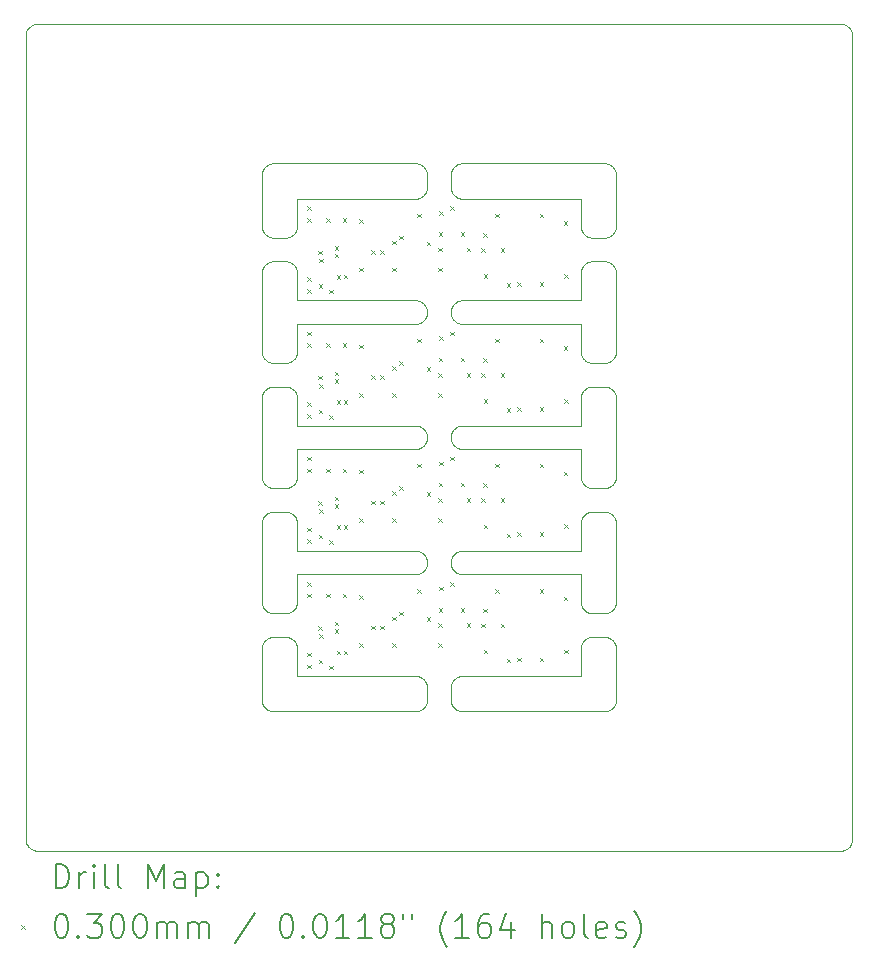
<source format=gbr>
%TF.GenerationSoftware,KiCad,Pcbnew,9.0.0*%
%TF.CreationDate,2025-03-14T09:56:09-04:00*%
%TF.ProjectId,e24-receiver-board,6532342d-7265-4636-9569-7665722d626f,v0.1.1*%
%TF.SameCoordinates,Original*%
%TF.FileFunction,Drillmap*%
%TF.FilePolarity,Positive*%
%FSLAX45Y45*%
G04 Gerber Fmt 4.5, Leading zero omitted, Abs format (unit mm)*
G04 Created by KiCad (PCBNEW 9.0.0) date 2025-03-14 09:56:09*
%MOMM*%
%LPD*%
G01*
G04 APERTURE LIST*
%ADD10C,0.100000*%
%ADD11C,0.200000*%
G04 APERTURE END LIST*
D10*
X2200099Y-5190000D02*
X2205002Y-5190120D01*
X5000000Y-3169901D02*
X5000000Y-3830099D01*
X3370740Y-3570740D02*
X3367189Y-3574121D01*
X3398080Y-3519589D02*
X3397006Y-3524374D01*
X2025879Y-5787189D02*
X2022676Y-5783476D01*
X2300000Y-3169901D02*
X2300000Y-3398773D01*
X3607604Y-5581670D02*
X3609591Y-5577187D01*
X3351459Y-4645787D02*
X3347192Y-4648204D01*
X12437Y-51810D02*
X11836Y-52872D01*
X4988204Y-1232807D02*
X4990409Y-1237187D01*
X80494Y-1951D02*
X79303Y-2219D01*
X4732811Y-1784121D02*
X4729260Y-1780740D01*
X3604302Y-3470900D02*
X3605840Y-3466245D01*
X61741Y-7641D02*
X60624Y-8136D01*
X2094998Y-5190120D02*
X2099901Y-5190000D01*
X6982417Y-6956541D02*
X6983120Y-6955542D01*
X4761670Y-1802395D02*
X4757187Y-1800408D01*
X4766245Y-2015840D02*
X4770901Y-2014302D01*
X3648541Y-1465787D02*
X3644398Y-1463164D01*
X4794998Y-3929880D02*
X4790108Y-3929519D01*
X4711796Y-3877192D02*
X4709591Y-3872813D01*
X4725879Y-2042811D02*
X4729260Y-2039260D01*
X4766245Y-4984160D02*
X4761670Y-4982396D01*
X2247193Y-3918204D02*
X2242813Y-3920408D01*
X6992361Y-6938254D02*
X6992800Y-6937115D01*
X3670900Y-4655698D02*
X3666245Y-4654160D01*
X4999519Y-3160108D02*
X4999880Y-3164998D01*
X2036524Y-4967324D02*
X2032811Y-4964121D01*
X4700000Y-1481225D02*
X4699973Y-1480124D01*
X2267189Y-4155879D02*
X2270740Y-4159260D01*
X4929099Y-2014302D02*
X4933755Y-2015840D01*
X3601919Y-3519589D02*
X3601081Y-3514758D01*
X2000000Y-1710099D02*
X2000000Y-1279901D01*
X3300099Y-3600000D02*
X2301227Y-3600000D01*
X2019659Y-2829610D02*
X2016836Y-2825601D01*
X3622676Y-3436524D02*
X3625879Y-3432811D01*
X4770901Y-4985698D02*
X4766245Y-4984160D01*
X2085242Y-1181081D02*
X2090108Y-1180481D01*
X3359610Y-3580340D02*
X3355601Y-3583164D01*
X2299519Y-5280108D02*
X2299880Y-5284998D01*
X3398080Y-4540410D02*
X3398919Y-4545242D01*
X3374121Y-2507189D02*
X3370740Y-2510740D01*
X662Y-6911016D02*
X1741Y-6918295D01*
X4988204Y-3877192D02*
X4985787Y-3881459D01*
X3383164Y-5564399D02*
X3385787Y-5568541D01*
X4752807Y-3918204D02*
X4748541Y-3915787D01*
X4983164Y-2054398D02*
X4985787Y-2058541D01*
X4988204Y-5767192D02*
X4985787Y-5771459D01*
X3398919Y-4574758D02*
X3398080Y-4579590D01*
X3622676Y-1443476D02*
X3619659Y-1439610D01*
X4752807Y-5201796D02*
X4757187Y-5199591D01*
X2048541Y-4144213D02*
X2052807Y-4141796D01*
X4992396Y-3868330D02*
X4990409Y-3872813D01*
X6988717Y-6946030D02*
X6991863Y-6939378D01*
X6999940Y-98774D02*
X6999579Y-91424D01*
X3342813Y-2349591D02*
X3347192Y-2351796D01*
X4947193Y-3918204D02*
X4942813Y-3920408D01*
X4705840Y-4923755D02*
X4704302Y-4919099D01*
X2251459Y-3915787D02*
X2247193Y-3918204D01*
X2080410Y-5818080D02*
X2075626Y-5817006D01*
X4951459Y-4975787D02*
X4947193Y-4978204D01*
X6999578Y-91422D02*
X6999489Y-90204D01*
X81705Y-6998259D02*
X88984Y-6999338D01*
X4900099Y-3070000D02*
X4905002Y-3070120D01*
X3611796Y-2487193D02*
X3609591Y-2482813D01*
X4990409Y-3127187D02*
X4992396Y-3131670D01*
X6991863Y-60622D02*
X6988717Y-53970D01*
X4700120Y-4895002D02*
X4700000Y-4890099D01*
X2004302Y-2799099D02*
X2002994Y-2794374D01*
X3685242Y-2341081D02*
X3690108Y-2340481D01*
X3648541Y-3414213D02*
X3652807Y-3411796D01*
X3600120Y-4554998D02*
X3600481Y-4550108D01*
X3685242Y-4461081D02*
X3690108Y-4460481D01*
X2274121Y-4957189D02*
X2270740Y-4960740D01*
X2019659Y-5779610D02*
X2016836Y-5775601D01*
X3601919Y-4579590D02*
X3601081Y-4574758D01*
X2292396Y-4928330D02*
X2290409Y-4932813D01*
X4999880Y-2104998D02*
X5000000Y-2109901D01*
X4722676Y-3106524D02*
X4725879Y-3102811D01*
X3600120Y-4565002D02*
X3600000Y-4560099D01*
X2000481Y-5280108D02*
X2001081Y-5275242D01*
X4951459Y-3084213D02*
X4955601Y-3086836D01*
X2301225Y-4660000D02*
X2300125Y-4660027D01*
X4999519Y-2779892D02*
X4998919Y-2784758D01*
X4997006Y-2794374D02*
X4995698Y-2799099D01*
X2200099Y-1810000D02*
X2099901Y-1810000D01*
X3611796Y-3452807D02*
X3614213Y-3448541D01*
X2205002Y-2869880D02*
X2200099Y-2870000D01*
X2297006Y-2794374D02*
X2295698Y-2799099D01*
X4967189Y-4155879D02*
X4970740Y-4159260D01*
X4770901Y-1805698D02*
X4766245Y-1804160D01*
X4924374Y-5817006D02*
X4919590Y-5818080D01*
X4999880Y-3164998D02*
X5000000Y-3169901D01*
X4702994Y-2085626D02*
X4704302Y-2080900D01*
X4711796Y-5242807D02*
X4714213Y-5238541D01*
X3329099Y-4655698D02*
X3324374Y-4657006D01*
X4914758Y-5191081D02*
X4919590Y-5191920D01*
X2004302Y-2080900D02*
X2005840Y-2076245D01*
X6955542Y-6983120D02*
X6956541Y-6982417D01*
X3640390Y-5539660D02*
X3644398Y-5536836D01*
X3370740Y-1450740D02*
X3367189Y-1454121D01*
X3625879Y-1212811D02*
X3629260Y-1209260D01*
X4988204Y-2062807D02*
X4990409Y-2067187D01*
X4977324Y-4166524D02*
X4980340Y-4170390D01*
X2299880Y-5284998D02*
X2300000Y-5289901D01*
X2066245Y-5195840D02*
X2070900Y-5194302D01*
X2090108Y-4989519D02*
X2085242Y-4988919D01*
X3305002Y-5520120D02*
X3309892Y-5520481D01*
X6976478Y-6964347D02*
X6977276Y-6963422D01*
X2009591Y-2067187D02*
X2011796Y-2062807D01*
X3383164Y-2495601D02*
X3380340Y-2499610D01*
X2057187Y-2860408D02*
X2052807Y-2858204D01*
X4980340Y-5779610D02*
X4977324Y-5783476D01*
X3319589Y-3401919D02*
X3324374Y-3402994D01*
X2080410Y-4131919D02*
X2085242Y-4131081D01*
X6898773Y0D02*
X101227Y0D01*
X3611796Y-2392807D02*
X3614213Y-2388541D01*
X2066245Y-1804160D02*
X2061670Y-1802395D01*
X3388204Y-4512807D02*
X3390408Y-4517187D01*
X3657187Y-3409591D02*
X3661670Y-3407604D01*
X4938330Y-5812395D02*
X4933755Y-5814160D01*
X2300000Y-4890099D02*
X2299880Y-4895002D01*
X2000481Y-2779892D02*
X2000120Y-2775002D01*
X3690108Y-2340481D02*
X3694998Y-2340120D01*
X6999940Y-6901223D02*
X7000000Y-6898775D01*
X4900099Y-2010000D02*
X4905002Y-2010120D01*
X4748541Y-5204213D02*
X4752807Y-5201796D01*
X4919590Y-1181920D02*
X4924374Y-1182994D01*
X3680410Y-4461920D02*
X3685242Y-4461081D01*
X4799901Y-1810000D02*
X4794998Y-1809880D01*
X2299519Y-2100108D02*
X2299880Y-2104998D01*
X4736524Y-2847324D02*
X4732811Y-2844121D01*
X6920697Y-2219D02*
X6919505Y-1951D01*
X4707604Y-2808330D02*
X4705840Y-2803755D01*
X2251459Y-5204213D02*
X2255601Y-5206836D01*
X3309892Y-5819519D02*
X3305002Y-5819880D01*
X3600000Y-1279901D02*
X3600120Y-1274998D01*
X3629260Y-4489260D02*
X3632811Y-4485879D01*
X2080410Y-2868080D02*
X2075626Y-2867006D01*
X3601919Y-5739589D02*
X3601081Y-5734758D01*
X3351459Y-3585787D02*
X3347192Y-3588204D01*
X3690108Y-1479519D02*
X3685242Y-1478919D01*
X2288204Y-4937193D02*
X2285787Y-4941459D01*
X4729260Y-4159260D02*
X4732811Y-4155879D01*
X4704302Y-4919099D02*
X4702994Y-4914374D01*
X4990409Y-2067187D02*
X4992396Y-2071670D01*
X2298919Y-1724758D02*
X2298080Y-1729589D01*
X3399880Y-1385002D02*
X3399519Y-1389892D01*
X2090108Y-4130481D02*
X2094998Y-4130120D01*
X6956541Y-17583D02*
X6955542Y-16879D01*
X4700481Y-4220108D02*
X4701081Y-4215242D01*
X3394160Y-5586245D02*
X3395698Y-5590901D01*
X2007604Y-2071670D02*
X2009591Y-2067187D01*
X3640390Y-3580340D02*
X3636524Y-3577324D01*
X4980340Y-2050390D02*
X4983164Y-2054398D01*
X6929017Y-4334D02*
X6927840Y-4008D01*
X2209892Y-5190481D02*
X2214758Y-5191081D01*
X2052807Y-1191796D02*
X2057187Y-1189591D01*
X2000000Y-5720099D02*
X2000000Y-5289901D01*
X2032811Y-4155879D02*
X2036524Y-4152676D01*
X3383164Y-1224399D02*
X3385787Y-1228541D01*
X2300000Y-1710099D02*
X2299880Y-1715002D01*
X3600120Y-1274998D02*
X3600481Y-1270108D01*
X4974121Y-1212811D02*
X4977324Y-1216524D01*
X4799901Y-2870000D02*
X4794998Y-2869880D01*
X6991864Y-6939375D02*
X6992359Y-6938259D01*
X6983123Y-6955538D02*
X6983777Y-6954506D01*
X3616836Y-1435601D02*
X3614213Y-1431459D01*
X2300125Y-4459973D02*
X2301225Y-4460000D01*
X4748541Y-1795787D02*
X4744399Y-1793164D01*
X3636524Y-1457324D02*
X3632811Y-1454121D01*
X3399880Y-5614998D02*
X3400000Y-5619901D01*
X4977324Y-5226524D02*
X4980340Y-5230390D01*
X2251459Y-4144213D02*
X2255601Y-4146836D01*
X2032811Y-5794121D02*
X2029260Y-5790740D01*
X4748541Y-4975787D02*
X4744399Y-4973164D01*
X2040390Y-3089659D02*
X2044398Y-3086836D01*
X2298919Y-4904758D02*
X2298080Y-4909590D01*
X4700120Y-4224998D02*
X4700481Y-4220108D01*
X3395698Y-1250901D02*
X3397006Y-1255626D01*
X3385787Y-1431459D02*
X3383164Y-1435601D01*
X3314758Y-5818919D02*
X3309892Y-5819519D01*
X2233755Y-1804160D02*
X2229099Y-1805698D01*
X2070900Y-5815698D02*
X2066245Y-5814160D01*
X98774Y-60D02*
X91424Y-421D01*
X1742Y-6918297D02*
X1950Y-6919501D01*
X3611796Y-3547192D02*
X3609591Y-3542813D01*
X2297006Y-2085626D02*
X2298080Y-2090410D01*
X2025879Y-4957189D02*
X2022676Y-4953476D01*
X3694998Y-3599880D02*
X3690108Y-3599519D01*
X4977324Y-4953476D02*
X4974121Y-4957189D01*
X2016836Y-1765601D02*
X2014213Y-1761459D01*
X4780410Y-5191920D02*
X4785242Y-5191081D01*
X37544Y-21969D02*
X36582Y-22721D01*
X4701920Y-5270410D02*
X4702994Y-5265626D01*
X3338330Y-3592395D02*
X3333755Y-3594160D01*
X3385787Y-2491459D02*
X3383164Y-2495601D01*
X4700000Y-3169901D02*
X4700120Y-3164998D01*
X4799901Y-3070000D02*
X4900099Y-3070000D01*
X4933755Y-5814160D02*
X4929099Y-5815698D01*
X3355601Y-3583164D02*
X3351459Y-3585787D01*
X4919590Y-1808080D02*
X4914758Y-1808919D01*
X2032811Y-1784121D02*
X2029260Y-1780740D01*
X2052807Y-3081796D02*
X2057187Y-3079591D01*
X3636524Y-1202676D02*
X3640390Y-1199660D01*
X4980340Y-4170390D02*
X4983164Y-4174398D01*
X4919590Y-3928080D02*
X4914758Y-3928919D01*
X2233755Y-2864160D02*
X2229099Y-2865698D01*
X2300000Y-2770099D02*
X2299880Y-2775002D01*
X4722676Y-2833476D02*
X4719660Y-2829610D01*
X4967189Y-5215879D02*
X4970740Y-5219260D01*
X3680410Y-1181920D02*
X3685242Y-1181081D01*
X4998080Y-3150410D02*
X4998919Y-3155242D01*
X3636524Y-5542676D02*
X3640390Y-5539660D01*
X3648541Y-4474213D02*
X3652807Y-4471796D01*
X3652807Y-2351796D02*
X3657187Y-2349591D01*
X3604302Y-2469099D02*
X3602994Y-2464374D01*
X2233755Y-2015840D02*
X2238330Y-2017604D01*
X3629260Y-4630740D02*
X3625879Y-4627189D01*
X2274121Y-3897189D02*
X2270740Y-3900740D01*
X2025879Y-3897189D02*
X2022676Y-3893476D01*
X3622676Y-5783476D02*
X3619659Y-5779610D01*
X3648541Y-2354213D02*
X3652807Y-2351796D01*
X3390408Y-2397187D02*
X3392395Y-2401670D01*
X4748541Y-2024213D02*
X4752807Y-2021796D01*
X90199Y-512D02*
X88987Y-661D01*
X2036524Y-3907324D02*
X2032811Y-3904121D01*
X2292396Y-3868330D02*
X2290409Y-3872813D01*
X4790108Y-1809519D02*
X4785242Y-1808919D01*
X3385787Y-3551459D02*
X3383164Y-3555601D01*
X3619659Y-3440390D02*
X3622676Y-3436524D01*
X3661670Y-2347604D02*
X3666245Y-2345840D01*
X2219590Y-3928080D02*
X2214758Y-3928919D01*
X421Y-91424D02*
X60Y-98774D01*
X3305002Y-2340120D02*
X3309892Y-2340481D01*
X6927838Y-4008D02*
X6920699Y-2220D01*
X3370740Y-5549260D02*
X3374121Y-5552811D01*
X2048541Y-1795787D02*
X2044398Y-1793164D01*
X2001919Y-5739589D02*
X2001081Y-5734758D01*
X2061670Y-1187604D02*
X2066245Y-1185840D01*
X3614213Y-2491459D02*
X3611796Y-2487193D01*
X4999519Y-2100108D02*
X4999880Y-2104998D01*
X3609591Y-5762813D02*
X3607604Y-5758330D01*
X2205002Y-4130120D02*
X2209892Y-4130481D01*
X4983164Y-3114398D02*
X4985787Y-3118541D01*
X4942813Y-4980409D02*
X4938330Y-4982396D01*
X3616836Y-2384399D02*
X3619659Y-2380390D01*
X4707604Y-2071670D02*
X4709591Y-2067187D01*
X4997006Y-5265626D02*
X4998080Y-5270410D01*
X2209892Y-4989519D02*
X2205002Y-4989880D01*
X2016836Y-2054398D02*
X2019659Y-2050390D01*
X4775626Y-1807006D02*
X4770901Y-1805698D01*
X2048541Y-2855787D02*
X2044398Y-2853164D01*
X2025879Y-1777189D02*
X2022676Y-1773476D01*
X4748541Y-2855787D02*
X4744399Y-2853164D01*
X3398080Y-1260410D02*
X3398919Y-1265242D01*
X3388204Y-5767192D02*
X3385787Y-5771459D01*
X3363476Y-2362676D02*
X3367189Y-2365879D01*
X2214758Y-1808919D02*
X2209892Y-1809519D01*
X4794998Y-5190120D02*
X4799901Y-5190000D01*
X4977324Y-2833476D02*
X4974121Y-2837189D01*
X4924374Y-5192994D02*
X4929099Y-5194302D01*
X4794998Y-3070120D02*
X4799901Y-3070000D01*
X43459Y-6982417D02*
X44458Y-6983120D01*
X2061670Y-1802395D02*
X2057187Y-1800408D01*
X2002994Y-4914374D02*
X2001919Y-4909590D01*
X4967189Y-3904121D02*
X4963476Y-3907324D01*
X2085242Y-4988919D02*
X2080410Y-4988080D01*
X2288204Y-3122807D02*
X2290409Y-3127187D01*
X2019659Y-2050390D02*
X2022676Y-2046524D01*
X4933755Y-3924160D02*
X4929099Y-3925698D01*
X2219590Y-1808080D02*
X2214758Y-1808919D01*
X2238330Y-4982396D02*
X2233755Y-4984160D01*
X3600481Y-4569892D02*
X3600120Y-4565002D01*
X2224374Y-5192994D02*
X2229099Y-5194302D01*
X4725879Y-1777189D02*
X4722676Y-1773476D01*
X2000120Y-5725002D02*
X2000000Y-5720099D01*
X3619659Y-5560390D02*
X3622676Y-5556524D01*
X2229099Y-2865698D02*
X2224374Y-2867006D01*
X4008Y-72162D02*
X2220Y-79301D01*
X2011796Y-2817192D02*
X2009591Y-2812813D01*
X3399519Y-4569892D02*
X3398919Y-4574758D01*
X4705840Y-4196245D02*
X4707604Y-4191670D01*
X4995698Y-1250901D02*
X4997006Y-1255626D01*
X3640390Y-4640340D02*
X3636524Y-4637324D01*
X4951459Y-2855787D02*
X4947193Y-2858204D01*
X16877Y-44462D02*
X16223Y-45493D01*
X4929099Y-3074302D02*
X4933755Y-3075840D01*
X3625879Y-2507189D02*
X3622676Y-2503476D01*
X2061670Y-5197604D02*
X2066245Y-5195840D01*
X3351459Y-5534213D02*
X3355601Y-5536836D01*
X4736524Y-5212676D02*
X4740390Y-5209660D01*
X3359610Y-2520340D02*
X3355601Y-2523164D01*
X3377324Y-4496524D02*
X3380340Y-4500390D01*
X4336Y-6929022D02*
X4719Y-6930182D01*
X2029260Y-2039260D02*
X2032811Y-2035879D01*
X3611796Y-5572807D02*
X3614213Y-5568541D01*
X3380340Y-5560390D02*
X3383164Y-5564399D01*
X2233755Y-4984160D02*
X2229099Y-4985698D01*
X2007604Y-5758330D02*
X2005840Y-5753755D01*
X2085242Y-2011081D02*
X2090108Y-2010481D01*
X2263476Y-5212676D02*
X2267189Y-5215879D01*
X2288204Y-2817192D02*
X2285787Y-2821459D01*
X69816Y-4719D02*
X62887Y-7198D01*
X2009591Y-2812813D02*
X2007604Y-2808330D01*
X3319589Y-2538080D02*
X3314758Y-2538919D01*
X3666245Y-2534160D02*
X3661670Y-2532396D01*
X4985787Y-5771459D02*
X4983164Y-5775601D01*
X2277324Y-4166524D02*
X2280340Y-4170390D01*
X3604302Y-2410901D02*
X3605840Y-2406245D01*
X3601919Y-1399589D02*
X3601081Y-1394758D01*
X3394160Y-1246245D02*
X3395698Y-1250901D01*
X3611796Y-5767192D02*
X3609591Y-5762813D01*
X4700000Y-5289901D02*
X4700120Y-5284998D01*
X3388204Y-1427192D02*
X3385787Y-1431459D01*
X2052807Y-2858204D02*
X2048541Y-2855787D01*
X3347192Y-5531796D02*
X3351459Y-5534213D01*
X3392395Y-5581670D02*
X3394160Y-5586245D01*
X2005840Y-4196245D02*
X2007604Y-4191670D01*
X2048541Y-3084213D02*
X2052807Y-3081796D01*
X6946030Y-11283D02*
X6939378Y-8137D01*
X2288204Y-5242807D02*
X2290409Y-5247187D01*
X2007604Y-4191670D02*
X2009591Y-4187187D01*
X4955601Y-1793164D02*
X4951459Y-1795787D01*
X2219590Y-3071919D02*
X2224374Y-3072994D01*
X60624Y-6991864D02*
X61741Y-6992359D01*
X6963418Y-22721D02*
X6962455Y-21969D01*
X3670900Y-2344302D02*
X3675626Y-2342994D01*
X2233755Y-3075840D02*
X2238330Y-3077604D01*
X4900099Y-2870000D02*
X4799901Y-2870000D01*
X3342813Y-4469591D02*
X3347192Y-4471796D01*
X6930184Y-6995280D02*
X6937113Y-6992801D01*
X3666245Y-5814160D02*
X3661670Y-5812395D01*
X2294160Y-1743755D02*
X2292396Y-1748330D01*
X2022676Y-3106524D02*
X2025879Y-3102811D01*
X4959610Y-1199660D02*
X4963476Y-1202676D01*
X4955601Y-5206836D02*
X4959610Y-5209660D01*
X2299880Y-1715002D02*
X2299519Y-1719892D01*
X3601081Y-1394758D02*
X3600481Y-1389892D01*
X4994160Y-4923755D02*
X4992396Y-4928330D01*
X4994160Y-3136245D02*
X4995698Y-3140900D01*
X3385787Y-4508541D02*
X3388204Y-4512807D01*
X2090108Y-3929519D02*
X2085242Y-3928919D01*
X2238330Y-5197604D02*
X2242813Y-5199591D01*
X3614213Y-3448541D02*
X3616836Y-3444398D01*
X2022676Y-1216524D02*
X2025879Y-1212811D01*
X3390408Y-5762813D02*
X3388204Y-5767192D01*
X2000481Y-1719892D02*
X2000120Y-1715002D01*
X4716836Y-4945601D02*
X4714213Y-4941459D01*
X3395698Y-3470900D02*
X3397006Y-3475626D01*
X6999488Y-90199D02*
X6999339Y-88987D01*
X2029260Y-5790740D02*
X2025879Y-5787189D01*
X4752807Y-3081796D02*
X4757187Y-3079591D01*
X3363476Y-3422676D02*
X3367189Y-3425879D01*
X4951459Y-2024213D02*
X4955601Y-2026836D01*
X3319589Y-1181920D02*
X3324374Y-1182994D01*
X2263476Y-2032676D02*
X2267189Y-2035879D01*
X4992396Y-2808330D02*
X4990409Y-2812813D01*
X2004302Y-4919099D02*
X2002994Y-4914374D01*
X3685242Y-4658919D02*
X3680410Y-4658080D01*
X6995992Y-6927838D02*
X6997780Y-6920699D01*
X2238330Y-3077604D02*
X2242813Y-3079591D01*
X3602994Y-3524374D02*
X3601919Y-3519589D01*
X4780410Y-3071919D02*
X4785242Y-3071081D01*
X4919590Y-5191920D02*
X4924374Y-5192994D01*
X4990409Y-5762813D02*
X4988204Y-5767192D01*
X4790108Y-5190481D02*
X4794998Y-5190120D01*
X4757187Y-2019591D02*
X4761670Y-2017604D01*
X4770901Y-4134302D02*
X4775626Y-4132994D01*
X3383164Y-4615601D02*
X3380340Y-4619610D01*
X2014213Y-4178541D02*
X2016836Y-4174398D01*
X4967189Y-1784121D02*
X4963476Y-1787324D01*
X4699875Y-3600027D02*
X4698775Y-3600000D01*
X3648541Y-5805787D02*
X3644398Y-5803164D01*
X2300027Y-2540125D02*
X2300000Y-2541225D01*
X2009591Y-1752813D02*
X2007604Y-1748330D01*
X3400000Y-2440099D02*
X3399880Y-2445002D01*
X2209892Y-3929519D02*
X2205002Y-3929880D01*
X4951459Y-1795787D02*
X4947193Y-1798204D01*
X7000000Y-6898773D02*
X7000000Y-101227D01*
X4704302Y-5260901D02*
X4705840Y-5256245D01*
X3367189Y-5794121D02*
X3363476Y-5797324D01*
X2297006Y-3145626D02*
X2298080Y-3150410D01*
X4719Y-6930184D02*
X7198Y-6937113D01*
X4909892Y-2010481D02*
X4914758Y-2011081D01*
X21968Y-37546D02*
X17584Y-43457D01*
X2005840Y-2076245D02*
X2007604Y-2071670D01*
X2290409Y-3127187D02*
X2292396Y-3131670D01*
X4955601Y-4973164D02*
X4951459Y-4975787D01*
X2007604Y-4928330D02*
X2005840Y-4923755D01*
X3629260Y-1209260D02*
X3632811Y-1205879D01*
X2001919Y-3150410D02*
X2002994Y-3145626D01*
X2016836Y-3885601D02*
X2014213Y-3881459D01*
X3385787Y-3448541D02*
X3388204Y-3452807D01*
X2094998Y-3929880D02*
X2090108Y-3929519D01*
X3355601Y-5803164D02*
X3351459Y-5805787D01*
X2001919Y-1729589D02*
X2001081Y-1724758D01*
X2251459Y-2855787D02*
X2247193Y-2858204D01*
X70978Y-4336D02*
X69818Y-4719D01*
X4729260Y-4960740D02*
X4725879Y-4957189D01*
X5000000Y-1710099D02*
X4999880Y-1715002D01*
X4974121Y-4957189D02*
X4970740Y-4960740D01*
X3616836Y-3555601D02*
X3614213Y-3551459D01*
X2238330Y-3922395D02*
X2233755Y-3924160D01*
X3374121Y-3432811D02*
X3377324Y-3436524D01*
X6999338Y-88984D02*
X6998259Y-81705D01*
X4785242Y-5191081D02*
X4790108Y-5190481D01*
X3614213Y-4611459D02*
X3611796Y-4607193D01*
X4963476Y-2847324D02*
X4959610Y-2850340D01*
X4988204Y-4182807D02*
X4990409Y-4187187D01*
X4929099Y-1805698D02*
X4924374Y-1807006D01*
X4705840Y-2803755D02*
X4704302Y-2799099D01*
X4977324Y-3106524D02*
X4980340Y-3110390D01*
X2295698Y-4919099D02*
X2294160Y-4923755D01*
X3699901Y-3400000D02*
X4698773Y-3400000D01*
X4714213Y-2821459D02*
X4711796Y-2817192D01*
X2298919Y-3844758D02*
X2298080Y-3849589D01*
X2295698Y-3859099D02*
X2294160Y-3863755D01*
X3305002Y-2539880D02*
X3300099Y-2540000D01*
X2040390Y-1199660D02*
X2044398Y-1196836D01*
X2298080Y-4210410D02*
X2298919Y-4215242D01*
X3640390Y-5800340D02*
X3636524Y-5797324D01*
X4766245Y-3075840D02*
X4770901Y-3074302D01*
X3636524Y-4482676D02*
X3640390Y-4479660D01*
X1741Y-81705D02*
X662Y-88984D01*
X3400000Y-5720099D02*
X3399880Y-5725002D01*
X3314758Y-2341081D02*
X3319589Y-2341920D01*
X2219590Y-2868080D02*
X2214758Y-2868919D01*
X3699901Y-2340000D02*
X4698773Y-2340000D01*
X3324374Y-1182994D02*
X3329099Y-1184302D01*
X2299880Y-4895002D02*
X2299519Y-4899892D01*
X4963476Y-2032676D02*
X4967189Y-2035879D01*
X4942813Y-1800408D02*
X4938330Y-1802395D01*
X4914758Y-5818919D02*
X4909892Y-5819519D01*
X4951459Y-5805787D02*
X4947193Y-5808204D01*
X2255601Y-4146836D02*
X2259610Y-4149659D01*
X2080410Y-3071919D02*
X2085242Y-3071081D01*
X2285787Y-4941459D02*
X2283164Y-4945601D01*
X3388204Y-2487193D02*
X3385787Y-2491459D01*
X4716836Y-1765601D02*
X4714213Y-1761459D01*
X4722676Y-3893476D02*
X4719660Y-3889610D01*
X4744399Y-2026836D02*
X4748541Y-2024213D01*
X22724Y-6963422D02*
X23521Y-6964347D01*
X3342813Y-1189591D02*
X3347192Y-1191796D01*
X52877Y-6988167D02*
X53967Y-6988716D01*
X4933755Y-2015840D02*
X4938330Y-2017604D01*
X4704302Y-4200901D02*
X4705840Y-4196245D01*
X4748541Y-3084213D02*
X4752807Y-3081796D01*
X2040390Y-3910340D02*
X2036524Y-3907324D01*
X2247193Y-2021796D02*
X2251459Y-2024213D01*
X6995666Y-6929017D02*
X6995992Y-6927840D01*
X3607604Y-3461670D02*
X3609591Y-3457187D01*
X2259610Y-2029659D02*
X2263476Y-2032676D01*
X3600000Y-3499901D02*
X3600120Y-3494998D01*
X3399519Y-3490108D02*
X3399880Y-3494998D01*
X4992396Y-1241670D02*
X4994160Y-1246245D01*
X3619659Y-2499610D02*
X3616836Y-2495601D01*
X3607604Y-2401670D02*
X3609591Y-2397187D01*
X3605840Y-1413755D02*
X3604302Y-1409099D01*
X3314758Y-1181081D02*
X3319589Y-1181920D01*
X4722676Y-2046524D02*
X4725879Y-2042811D01*
X2061670Y-5812395D02*
X2057187Y-5810408D01*
X2025879Y-5222811D02*
X2029260Y-5219260D01*
X6983120Y-44458D02*
X6982417Y-43459D01*
X3338330Y-2532396D02*
X3333755Y-2534160D01*
X4999519Y-1719892D02*
X4998919Y-1724758D01*
X4999880Y-3835002D02*
X4999519Y-3839892D01*
X4933755Y-2864160D02*
X4929099Y-2865698D01*
X4955601Y-2026836D02*
X4959610Y-2029659D01*
X2044398Y-5206836D02*
X2048541Y-5204213D01*
X2299880Y-2775002D02*
X2299519Y-2779892D01*
X4970740Y-2840740D02*
X4967189Y-2844121D01*
X4701081Y-3155242D02*
X4701920Y-3150410D01*
X6978031Y-37544D02*
X6977279Y-36582D01*
X3314758Y-1478919D02*
X3309892Y-1479519D01*
X3680410Y-5818080D02*
X3675626Y-5817006D01*
X4999519Y-4220108D02*
X4999880Y-4224998D01*
X3652807Y-2528204D02*
X3648541Y-2525787D01*
X4942813Y-2860408D02*
X4938330Y-2862395D01*
X4974121Y-3102811D02*
X4977324Y-3106524D01*
X4963476Y-4967324D02*
X4959610Y-4970340D01*
X2029260Y-2840740D02*
X2025879Y-2837189D01*
X2294160Y-2803755D02*
X2292396Y-2808330D01*
X4992396Y-5758330D02*
X4990409Y-5762813D01*
X3685242Y-1478919D02*
X3680410Y-1478080D01*
X3607604Y-1241670D02*
X3609591Y-1237187D01*
X3324374Y-3402994D02*
X3329099Y-3404302D01*
X2040390Y-5209660D02*
X2044398Y-5206836D01*
X3600000Y-4560099D02*
X3600000Y-4559901D01*
X3657187Y-4650409D02*
X3652807Y-4648204D01*
X2011796Y-5242807D02*
X2014213Y-5238541D01*
X3309892Y-4460481D02*
X3314758Y-4461081D01*
X2061670Y-3077604D02*
X2066245Y-3075840D01*
X6955538Y-16877D02*
X6954506Y-16223D01*
X3675626Y-3402994D02*
X3680410Y-3401919D01*
X3392395Y-4521670D02*
X3394160Y-4526245D01*
X2016836Y-1224399D02*
X2019659Y-1220390D01*
X3644398Y-1463164D02*
X3640390Y-1460340D01*
X3347192Y-4471796D02*
X3351459Y-4474213D01*
X3390408Y-5577187D02*
X3392395Y-5581670D01*
X4914758Y-1181081D02*
X4919590Y-1181920D01*
X2200099Y-3070000D02*
X2205002Y-3070120D01*
X4905002Y-5819880D02*
X4900099Y-5820000D01*
X2080410Y-5191920D02*
X2085242Y-5191081D01*
X2274121Y-4162811D02*
X2277324Y-4166524D01*
X2001919Y-4210410D02*
X2002994Y-4205626D01*
X2219590Y-4131919D02*
X2224374Y-4132994D01*
X2233755Y-4135840D02*
X2238330Y-4137604D01*
X2274121Y-1777189D02*
X2270740Y-1780740D01*
X3399880Y-4554998D02*
X3400000Y-4559901D01*
X4719Y-69818D02*
X4336Y-70978D01*
X72160Y-4008D02*
X70983Y-4334D01*
X3619659Y-2380390D02*
X3622676Y-2376524D01*
X3329099Y-1475698D02*
X3324374Y-1477006D01*
X4974121Y-2042811D02*
X4977324Y-2046524D01*
X3383164Y-1435601D02*
X3380340Y-1439610D01*
X2066245Y-3924160D02*
X2061670Y-3922395D01*
X3619659Y-1439610D02*
X3616836Y-1435601D01*
X2214758Y-4131081D02*
X2219590Y-4131919D01*
X2025879Y-2837189D02*
X2022676Y-2833476D01*
X4933755Y-4984160D02*
X4929099Y-4985698D01*
X3390408Y-4602813D02*
X3388204Y-4607193D01*
X2001081Y-3155242D02*
X2001919Y-3150410D01*
X2224374Y-1807006D02*
X2219590Y-1808080D01*
X4700481Y-4899892D02*
X4700120Y-4895002D01*
X6999489Y-6909796D02*
X6999578Y-6908578D01*
X3377324Y-4623476D02*
X3374121Y-4627189D01*
X2299519Y-3839892D02*
X2298919Y-3844758D01*
X4919590Y-3071919D02*
X4924374Y-3072994D01*
X6963422Y-6977276D02*
X6964347Y-6976478D01*
X4988204Y-1757192D02*
X4985787Y-1761459D01*
X4914758Y-3928919D02*
X4909892Y-3929519D01*
X4709591Y-1752813D02*
X4707604Y-1748330D01*
X2224374Y-3072994D02*
X2229099Y-3074302D01*
X3367189Y-1454121D02*
X3363476Y-1457324D01*
X2085242Y-5818919D02*
X2080410Y-5818080D01*
X3351459Y-3414213D02*
X3355601Y-3416836D01*
X5000000Y-3830099D02*
X4999880Y-3835002D01*
X2205002Y-5190120D02*
X2209892Y-5190481D01*
X3367189Y-4485879D02*
X3370740Y-4489260D01*
X2040390Y-1790340D02*
X2036524Y-1787324D01*
X2283164Y-2054398D02*
X2285787Y-2058541D01*
X3355601Y-4476836D02*
X3359610Y-4479660D01*
X2259610Y-2850340D02*
X2255601Y-2853164D01*
X3614213Y-3551459D02*
X3611796Y-3547192D01*
X2004302Y-4200901D02*
X2005840Y-4196245D01*
X17584Y-6956543D02*
X21968Y-6962453D01*
X6929022Y-6995664D02*
X6930182Y-6995281D01*
X3374121Y-1447189D02*
X3370740Y-1450740D01*
X3385787Y-5771459D02*
X3383164Y-5775601D01*
X36582Y-6977279D02*
X37544Y-6978031D01*
X3619659Y-5779610D02*
X3616836Y-5775601D01*
X4700481Y-1719892D02*
X4700120Y-1715002D01*
X3383164Y-3444398D02*
X3385787Y-3448541D01*
X3367189Y-3574121D02*
X3363476Y-3577324D01*
X2229099Y-4985698D02*
X2224374Y-4987006D01*
X4775626Y-4132994D02*
X4780410Y-4131919D01*
X2075626Y-2012994D02*
X2080410Y-2011919D01*
X3370740Y-1209260D02*
X3374121Y-1212811D01*
X3377324Y-1216524D02*
X3380340Y-1220390D01*
X3657187Y-1470408D02*
X3652807Y-1468204D01*
X3622676Y-4623476D02*
X3619659Y-4619610D01*
X2022676Y-5783476D02*
X2019659Y-5779610D01*
X3319589Y-2341920D02*
X3324374Y-2342994D01*
X12439Y-6948192D02*
X16222Y-6954504D01*
X4988204Y-2817192D02*
X4985787Y-2821459D01*
X2066245Y-2015840D02*
X2070900Y-2014302D01*
X2298080Y-3849589D02*
X2297006Y-3854374D01*
X2219Y-79303D02*
X1951Y-80494D01*
X3694998Y-5520120D02*
X3699901Y-5520000D01*
X3367189Y-1205879D02*
X3370740Y-1209260D01*
X2259610Y-3089659D02*
X2263476Y-3092676D01*
X2290409Y-5247187D02*
X2292396Y-5251670D01*
X3648541Y-4645787D02*
X3644398Y-4643164D01*
X3690108Y-4659519D02*
X3685242Y-4658919D01*
X4699973Y-3399875D02*
X4700000Y-3398775D01*
X2292396Y-4191670D02*
X2294160Y-4196245D01*
X3694998Y-2539880D02*
X3690108Y-2539519D01*
X2288204Y-3877192D02*
X2285787Y-3881459D01*
X3329099Y-3404302D02*
X3333755Y-3405840D01*
X6976477Y-35651D02*
X6971535Y-30199D01*
X2285787Y-4178541D02*
X2288204Y-4182807D01*
X4757187Y-3079591D02*
X4761670Y-3077604D01*
X4963476Y-3907324D02*
X4959610Y-3910340D01*
X2255601Y-1793164D02*
X2251459Y-1795787D01*
X4951459Y-4144213D02*
X4955601Y-4146836D01*
X3614213Y-5771459D02*
X3611796Y-5767192D01*
X3355601Y-2523164D02*
X3351459Y-2525787D01*
X2000120Y-4224998D02*
X2000481Y-4220108D01*
X2099901Y-3070000D02*
X2200099Y-3070000D01*
X6977276Y-36578D02*
X6976478Y-35653D01*
X2300000Y-4229901D02*
X2300000Y-4458773D01*
X3604302Y-5590901D02*
X3605840Y-5586245D01*
X6999579Y-6908576D02*
X6999940Y-6901226D01*
X91424Y-6999579D02*
X98774Y-6999940D01*
X3699901Y-4460000D02*
X4698773Y-4460000D01*
X4729260Y-3099260D02*
X4732811Y-3095879D01*
X4761670Y-5197604D02*
X4766245Y-5195840D01*
X35651Y-23523D02*
X30199Y-28465D01*
X4761670Y-3077604D02*
X4766245Y-3075840D01*
X4998080Y-1260410D02*
X4998919Y-1265242D01*
X2259610Y-4149659D02*
X2263476Y-4152676D01*
X4700000Y-2109901D02*
X4700120Y-2104998D01*
X3605840Y-5753755D02*
X3604302Y-5749099D01*
X2298919Y-3155242D02*
X2299519Y-3160108D01*
X3602994Y-1255626D02*
X3604302Y-1250901D01*
X2301227Y-5520000D02*
X3300099Y-5520000D01*
X3324374Y-3597006D02*
X3319589Y-3598080D01*
X2242813Y-1800408D02*
X2238330Y-1802395D01*
X4980340Y-2829610D02*
X4977324Y-2833476D01*
X4699875Y-2540027D02*
X4698775Y-2540000D01*
X2000120Y-4895002D02*
X2000000Y-4890099D01*
X4766245Y-5195840D02*
X4770901Y-5194302D01*
X4995698Y-5260901D02*
X4997006Y-5265626D01*
X4909892Y-5819519D02*
X4905002Y-5819880D01*
X3675626Y-1477006D02*
X3670900Y-1475698D01*
X3694998Y-5819880D02*
X3690108Y-5819519D01*
X2300000Y-2541227D02*
X2300000Y-2770099D01*
X4980340Y-1220390D02*
X4983164Y-1224399D01*
X4997006Y-3854374D02*
X4995698Y-3859099D01*
X4938330Y-1187604D02*
X4942813Y-1189591D01*
X4701920Y-3849589D02*
X4701081Y-3844758D01*
X3367189Y-4634121D02*
X3363476Y-4637324D01*
X3398919Y-3485242D02*
X3399519Y-3490108D01*
X4959610Y-4970340D02*
X4955601Y-4973164D01*
X4959610Y-5209660D02*
X4963476Y-5212676D01*
X3616836Y-4504399D02*
X3619659Y-4500390D01*
X3377324Y-3436524D02*
X3380340Y-3440390D01*
X4780410Y-3928080D02*
X4775626Y-3927006D01*
X2255601Y-3913164D02*
X2251459Y-3915787D01*
X4709591Y-3872813D02*
X4707604Y-3868330D01*
X3392395Y-1418330D02*
X3390408Y-1422813D01*
X3397006Y-3524374D02*
X3395698Y-3529099D01*
X6988164Y-52872D02*
X6987562Y-51810D01*
X4977324Y-1773476D02*
X4974121Y-1777189D01*
X4722676Y-5226524D02*
X4725879Y-5222811D01*
X3604302Y-1409099D02*
X3602994Y-1404374D01*
X4740390Y-3910340D02*
X4736524Y-3907324D01*
X3644398Y-3416836D02*
X3648541Y-3414213D01*
X2057187Y-1800408D02*
X2052807Y-1798204D01*
X4924374Y-3927006D02*
X4919590Y-3928080D01*
X3648541Y-2525787D02*
X3644398Y-2523164D01*
X4748541Y-4144213D02*
X4752807Y-4141796D01*
X3397006Y-4584374D02*
X3395698Y-4589099D01*
X3690108Y-3599519D02*
X3685242Y-3598919D01*
X4700000Y-3830099D02*
X4700000Y-3601227D01*
X6964347Y-23521D02*
X6963422Y-22724D01*
X2002994Y-2085626D02*
X2004302Y-2080900D01*
X2300027Y-1480124D02*
X2300000Y-1481225D01*
X2000481Y-2100108D02*
X2001081Y-2095242D01*
X0Y-6898775D02*
X60Y-6901223D01*
X4947193Y-4978204D02*
X4942813Y-4980409D01*
X2080410Y-3928080D02*
X2075626Y-3927006D01*
X4985787Y-4178541D02*
X4988204Y-4182807D01*
X4938330Y-4137604D02*
X4942813Y-4139591D01*
X3398080Y-5739589D02*
X3397006Y-5744374D01*
X4983164Y-4174398D02*
X4985787Y-4178541D01*
X4995698Y-2080900D02*
X4997006Y-2085626D01*
X2085242Y-1808919D02*
X2080410Y-1808080D01*
X2019659Y-4170390D02*
X2022676Y-4166524D01*
X4700481Y-5280108D02*
X4701081Y-5275242D01*
X2022676Y-4166524D02*
X2025879Y-4162811D01*
X3398919Y-5734758D02*
X3398080Y-5739589D01*
X4780410Y-1808080D02*
X4775626Y-1807006D01*
X3605840Y-4593755D02*
X3604302Y-4589099D01*
X3694998Y-3400120D02*
X3699901Y-3400000D01*
X2001081Y-2095242D02*
X2001919Y-2090410D01*
X0Y-101227D02*
X0Y-6898773D01*
X3675626Y-4657006D02*
X3670900Y-4655698D01*
X2014213Y-1228541D02*
X2016836Y-1224399D01*
X3600120Y-2445002D02*
X3600000Y-2440099D01*
X3380340Y-4500390D02*
X3383164Y-4504399D01*
X4999519Y-4899892D02*
X4998919Y-4904758D01*
X2263476Y-3907324D02*
X2259610Y-3910340D01*
X4942813Y-2019591D02*
X4947193Y-2021796D01*
X3367189Y-5545879D02*
X3370740Y-5549260D01*
X3661670Y-4467604D02*
X3666245Y-4465840D01*
X2001919Y-4909590D02*
X2001081Y-4904758D01*
X3399880Y-1274998D02*
X3400000Y-1279901D01*
X2066245Y-5814160D02*
X2061670Y-5812395D01*
X3619659Y-4500390D02*
X3622676Y-4496524D01*
X2259610Y-1790340D02*
X2255601Y-1793164D01*
X2057187Y-4980409D02*
X2052807Y-4978204D01*
X3600481Y-2449892D02*
X3600120Y-2445002D01*
X3699901Y-5520000D02*
X4698773Y-5520000D01*
X6977279Y-6963418D02*
X6978031Y-6962455D01*
X2009591Y-5247187D02*
X2011796Y-5242807D01*
X4990409Y-5247187D02*
X4992396Y-5251670D01*
X3690108Y-3400481D02*
X3694998Y-3400120D01*
X3392395Y-1241670D02*
X3394160Y-1246245D01*
X3399519Y-5729892D02*
X3398919Y-5734758D01*
X3394160Y-4593755D02*
X3392395Y-4598330D01*
X512Y-6909801D02*
X661Y-6911013D01*
X2205002Y-1809880D02*
X2200099Y-1810000D01*
X4705840Y-1743755D02*
X4704302Y-1739099D01*
X2075626Y-3072994D02*
X2080410Y-3071919D01*
X3685242Y-5521081D02*
X3690108Y-5520481D01*
X4799901Y-4990000D02*
X4794998Y-4989880D01*
X4900099Y-3930000D02*
X4799901Y-3930000D01*
X2094998Y-2010120D02*
X2099901Y-2010000D01*
X5000000Y-4229901D02*
X5000000Y-4890099D01*
X6939378Y-6991863D02*
X6946030Y-6988717D01*
X2290409Y-4187187D02*
X2292396Y-4191670D01*
X4736524Y-4152676D02*
X4740390Y-4149659D01*
X3625879Y-1447189D02*
X3622676Y-1443476D01*
X4980340Y-3110390D02*
X4983164Y-3114398D01*
X3644398Y-4643164D02*
X3640390Y-4640340D01*
X3347192Y-1468204D02*
X3342813Y-1470408D01*
X2094998Y-1180120D02*
X2099901Y-1180000D01*
X2247193Y-2858204D02*
X2242813Y-2860408D01*
X4775626Y-2012994D02*
X4780410Y-2011919D01*
X4770901Y-2014302D02*
X4775626Y-2012994D01*
X2036524Y-1202676D02*
X2040390Y-1199660D01*
X3661670Y-2532396D02*
X3657187Y-2530409D01*
X3333755Y-4654160D02*
X3329099Y-4655698D01*
X4736524Y-3907324D02*
X4732811Y-3904121D01*
X4905002Y-5190120D02*
X4909892Y-5190481D01*
X2044398Y-1196836D02*
X2048541Y-1194213D01*
X3398919Y-3514758D02*
X3398080Y-3519589D01*
X2090108Y-3070481D02*
X2094998Y-3070120D01*
X2075626Y-2867006D02*
X2070900Y-2865698D01*
X3609591Y-4517187D02*
X3611796Y-4512807D01*
X4933755Y-5195840D02*
X4938330Y-5197604D01*
X44462Y-6983123D02*
X45493Y-6983777D01*
X2259610Y-3910340D02*
X2255601Y-3913164D01*
X2294160Y-5256245D02*
X2295698Y-5260901D01*
X4985787Y-2821459D02*
X4983164Y-2825601D01*
X4933755Y-3075840D02*
X4938330Y-3077604D01*
X4744399Y-4973164D02*
X4740390Y-4970340D01*
X2283164Y-3114398D02*
X2285787Y-3118541D01*
X3666245Y-3405840D02*
X3670900Y-3404302D01*
X4967189Y-4964121D02*
X4963476Y-4967324D01*
X4933755Y-1804160D02*
X4929099Y-1805698D01*
X4775626Y-2867006D02*
X4770901Y-2865698D01*
X2048541Y-5805787D02*
X2044398Y-5803164D01*
X3394160Y-2406245D02*
X3395698Y-2410901D01*
X2277324Y-3893476D02*
X2274121Y-3897189D01*
X3397006Y-1404374D02*
X3395698Y-1409099D01*
X4919590Y-2011919D02*
X4924374Y-2012994D01*
X4780410Y-2868080D02*
X4775626Y-2867006D01*
X3305002Y-1180120D02*
X3309892Y-1180481D01*
X2000120Y-2104998D02*
X2000481Y-2100108D01*
X3605840Y-1246245D02*
X3607604Y-1241670D01*
X3380340Y-2380390D02*
X3383164Y-2384399D01*
X2283164Y-2825601D02*
X2280340Y-2829610D01*
X3609591Y-2397187D02*
X3611796Y-2392807D01*
X4909892Y-3929519D02*
X4905002Y-3929880D01*
X2014213Y-1761459D02*
X2011796Y-1757192D01*
X4905002Y-3929880D02*
X4900099Y-3930000D01*
X2297006Y-5265626D02*
X2298080Y-5270410D01*
X4992396Y-2071670D02*
X4994160Y-2076245D01*
X4780410Y-2011919D02*
X4785242Y-2011081D01*
X3333755Y-3594160D02*
X3329099Y-3595698D01*
X4999880Y-5284998D02*
X5000000Y-5289901D01*
X2292396Y-2808330D02*
X2290409Y-2812813D01*
X4704302Y-1739099D02*
X4702994Y-1734374D01*
X2299519Y-3160108D02*
X2299880Y-3164998D01*
X4699973Y-2339875D02*
X4700000Y-2338775D01*
X2029260Y-4960740D02*
X2025879Y-4957189D01*
X2263476Y-4967324D02*
X2259610Y-4970340D01*
X2233755Y-3924160D02*
X2229099Y-3925698D01*
X3622676Y-2503476D02*
X3619659Y-2499610D01*
X6983777Y-45493D02*
X6983123Y-44462D01*
X4761670Y-4137604D02*
X4766245Y-4135840D01*
X2019659Y-1220390D02*
X2022676Y-1216524D01*
X4900099Y-1180000D02*
X4905002Y-1180120D01*
X2075626Y-4132994D02*
X2080410Y-4131919D01*
X17583Y-43459D02*
X16879Y-44458D01*
X2070900Y-1805698D02*
X2066245Y-1804160D01*
X3666245Y-4654160D02*
X3661670Y-4652396D01*
X3632811Y-2365879D02*
X3636524Y-2362676D01*
X2011796Y-3877192D02*
X2009591Y-3872813D01*
X2270740Y-5219260D02*
X2274121Y-5222811D01*
X2048541Y-2024213D02*
X2052807Y-2021796D01*
X4933755Y-4135840D02*
X4938330Y-4137604D01*
X3675626Y-2342994D02*
X3680410Y-2341920D01*
X3680410Y-1478080D02*
X3675626Y-1477006D01*
X4719660Y-2050390D02*
X4722676Y-2046524D01*
X4983164Y-4945601D02*
X4980340Y-4949610D01*
X3305002Y-3599880D02*
X3300099Y-3600000D01*
X2014213Y-4941459D02*
X2011796Y-4937193D01*
X4983164Y-5234399D02*
X4985787Y-5238541D01*
X3355601Y-2356836D02*
X3359610Y-2359660D01*
X2242813Y-3920408D02*
X2238330Y-3922395D01*
X3600120Y-1385002D02*
X3600000Y-1380099D01*
X4701081Y-2095242D02*
X4701920Y-2090410D01*
X4980340Y-5230390D02*
X4983164Y-5234399D01*
X4919590Y-5818080D02*
X4914758Y-5818919D01*
X4700000Y-4661225D02*
X4699973Y-4660125D01*
X4799901Y-3930000D02*
X4794998Y-3929880D01*
X3657187Y-5810408D02*
X3652807Y-5808204D01*
X3616836Y-2495601D02*
X3614213Y-2491459D01*
X4711796Y-4182807D02*
X4714213Y-4178541D01*
X4967189Y-2035879D02*
X4970740Y-2039260D01*
X2036524Y-2032676D02*
X2040390Y-2029659D01*
X2000000Y-4890099D02*
X2000000Y-4229901D01*
X4740390Y-3089659D02*
X4744399Y-3086836D01*
X4761670Y-3922395D02*
X4757187Y-3920408D01*
X2001081Y-5734758D02*
X2000481Y-5729892D01*
X4947193Y-5201796D02*
X4951459Y-5204213D01*
X3374121Y-5787189D02*
X3370740Y-5790740D01*
X2040390Y-4970340D02*
X2036524Y-4967324D01*
X4732811Y-2035879D02*
X4736524Y-2032676D01*
X3632811Y-1205879D02*
X3636524Y-1202676D01*
X4977324Y-2046524D02*
X4980340Y-2050390D01*
X3670900Y-3404302D02*
X3675626Y-3402994D01*
X2277324Y-2833476D02*
X2274121Y-2837189D01*
X3629260Y-2510740D02*
X3625879Y-2507189D01*
X3342813Y-1470408D02*
X3338330Y-1472395D01*
X2032811Y-2844121D02*
X2029260Y-2840740D01*
X4938330Y-4982396D02*
X4933755Y-4984160D01*
X6908576Y-421D02*
X6901226Y-60D01*
X4998080Y-2789590D02*
X4997006Y-2794374D01*
X2000481Y-3160108D02*
X2001081Y-3155242D01*
X4719660Y-3110390D02*
X4722676Y-3106524D01*
X2022676Y-3893476D02*
X2019659Y-3889610D01*
X3675626Y-4462994D02*
X3680410Y-4461920D01*
X2280340Y-2829610D02*
X2277324Y-2833476D01*
X3355601Y-1196836D02*
X3359610Y-1199660D01*
X3400000Y-4560099D02*
X3399880Y-4565002D01*
X2000481Y-1270108D02*
X2001081Y-1265242D01*
X3359610Y-4640340D02*
X3355601Y-4643164D01*
X3600120Y-2434998D02*
X3600481Y-2430108D01*
X3601081Y-3485242D02*
X3601919Y-3480410D01*
X3604302Y-5749099D02*
X3602994Y-5744374D01*
X4780410Y-4988080D02*
X4775626Y-4987006D01*
X3333755Y-2345840D02*
X3338330Y-2347604D01*
X4700000Y-1710099D02*
X4700000Y-1481227D01*
X3399880Y-5725002D02*
X3399519Y-5729892D01*
X3614213Y-1431459D02*
X3611796Y-1427192D01*
X3347192Y-5808204D02*
X3342813Y-5810408D01*
X3699901Y-5820000D02*
X3694998Y-5819880D01*
X2007604Y-3131670D02*
X2009591Y-3127187D01*
X2274121Y-2837189D02*
X2270740Y-2840740D01*
X4704302Y-2799099D02*
X4702994Y-2794374D01*
X5000000Y-2109901D02*
X5000000Y-2770099D01*
X3363476Y-4482676D02*
X3367189Y-4485879D01*
X2300125Y-2339973D02*
X2301225Y-2340000D01*
X2029260Y-5219260D02*
X2032811Y-5215879D01*
X3333755Y-5525840D02*
X3338330Y-5527604D01*
X4929099Y-5194302D02*
X4933755Y-5195840D01*
X2070900Y-5194302D02*
X2075626Y-5192994D01*
X2251459Y-1795787D02*
X2247193Y-1798204D01*
X4740390Y-2850340D02*
X4736524Y-2847324D01*
X3600120Y-3494998D02*
X3600481Y-3490108D01*
X2300000Y-5289901D02*
X2300000Y-5518773D01*
X2070900Y-4134302D02*
X2075626Y-4132994D01*
X6998259Y-6918295D02*
X6999338Y-6911016D01*
X2001919Y-2090410D02*
X2002994Y-2085626D01*
X2242813Y-2860408D02*
X2238330Y-2862395D01*
X2014213Y-5771459D02*
X2011796Y-5767192D01*
X2290409Y-3872813D02*
X2288204Y-3877192D01*
X3670900Y-5815698D02*
X3666245Y-5814160D01*
X3363476Y-2517324D02*
X3359610Y-2520340D01*
X98777Y-6999940D02*
X101225Y-7000000D01*
X4794998Y-2010120D02*
X4799901Y-2010000D01*
X51808Y-12439D02*
X45496Y-16222D01*
X3614213Y-1228541D02*
X3616836Y-1224399D01*
X2000120Y-1274998D02*
X2000481Y-1270108D01*
X4744399Y-3086836D02*
X4748541Y-3084213D01*
X3640390Y-1460340D02*
X3636524Y-1457324D01*
X6999339Y-6911013D02*
X6999488Y-6909801D01*
X4998919Y-4215242D02*
X4999519Y-4220108D01*
X3390408Y-3542813D02*
X3388204Y-3547192D01*
X2229099Y-5194302D02*
X2233755Y-5195840D01*
X4757187Y-3920408D02*
X4752807Y-3918204D01*
X16223Y-6954506D02*
X16877Y-6955538D01*
X4985787Y-1761459D02*
X4983164Y-1765601D01*
X3601919Y-5600410D02*
X3602994Y-5595626D01*
X4752807Y-1798204D02*
X4748541Y-1795787D01*
X2298080Y-5270410D02*
X2298919Y-5275242D01*
X4947193Y-4141796D02*
X4951459Y-4144213D01*
X4983164Y-1224399D02*
X4985787Y-1228541D01*
X4970740Y-5790740D02*
X4967189Y-5794121D01*
X3370740Y-5790740D02*
X3367189Y-5794121D01*
X2270740Y-4159260D02*
X2274121Y-4162811D01*
X2007604Y-5251670D02*
X2009591Y-5247187D01*
X2066245Y-4984160D02*
X2061670Y-4982396D01*
X3309892Y-4659519D02*
X3305002Y-4659880D01*
X2001081Y-2784758D02*
X2000481Y-2779892D01*
X2029260Y-4159260D02*
X2032811Y-4155879D01*
X3600000Y-5720099D02*
X3600000Y-5619901D01*
X4995698Y-3859099D02*
X4994160Y-3863755D01*
X2009591Y-5762813D02*
X2007604Y-5758330D01*
X4698773Y-2540000D02*
X3699901Y-2540000D01*
X2025879Y-4162811D02*
X2029260Y-4159260D01*
X3607604Y-1418330D02*
X3605840Y-1413755D01*
X3601081Y-2454758D02*
X3600481Y-2449892D01*
X4998080Y-4210410D02*
X4998919Y-4215242D01*
X2002994Y-5744374D02*
X2001919Y-5739589D01*
X4785242Y-2868919D02*
X4780410Y-2868080D01*
X4914758Y-3071081D02*
X4919590Y-3071919D01*
X4701920Y-4210410D02*
X4702994Y-4205626D01*
X3699901Y-2540000D02*
X3694998Y-2539880D01*
X2270740Y-1780740D02*
X2267189Y-1784121D01*
X4998080Y-2090410D02*
X4998919Y-2095242D01*
X2061670Y-2862395D02*
X2057187Y-2860408D01*
X2022676Y-5226524D02*
X2025879Y-5222811D01*
X4990409Y-3872813D02*
X4988204Y-3877192D01*
X4785242Y-4988919D02*
X4780410Y-4988080D01*
X3374121Y-5552811D02*
X3377324Y-5556524D01*
X6909801Y-6999488D02*
X6911013Y-6999339D01*
X2044398Y-5803164D02*
X2040390Y-5800340D01*
X3648541Y-5534213D02*
X3652807Y-5531796D01*
X3363476Y-5797324D02*
X3359610Y-5800340D01*
X4785242Y-3071081D02*
X4790108Y-3070481D01*
X2300125Y-5519973D02*
X2301225Y-5520000D01*
X4725879Y-3897189D02*
X4722676Y-3893476D01*
X3399880Y-3505002D02*
X3399519Y-3509892D01*
X3690108Y-2539519D02*
X3685242Y-2538919D01*
X3309892Y-1479519D02*
X3305002Y-1479880D01*
X4794998Y-4130120D02*
X4799901Y-4130000D01*
X3359610Y-5539660D02*
X3363476Y-5542676D01*
X4716836Y-3114398D02*
X4719660Y-3110390D01*
X4942813Y-3920408D02*
X4938330Y-3922395D01*
X4705840Y-3136245D02*
X4707604Y-3131670D01*
X3309892Y-2539519D02*
X3305002Y-2539880D01*
X4722676Y-4953476D02*
X4719660Y-4949610D01*
X3377324Y-5556524D02*
X3380340Y-5560390D01*
X3601081Y-4545242D02*
X3601919Y-4540410D01*
X3374121Y-2372811D02*
X3377324Y-2376524D01*
X4997006Y-5744374D02*
X4995698Y-5749099D01*
X3607604Y-5758330D02*
X3605840Y-5753755D01*
X3609591Y-1422813D02*
X3607604Y-1418330D01*
X79303Y-6997781D02*
X80494Y-6998048D01*
X3397006Y-1255626D02*
X3398080Y-1260410D01*
X3338330Y-1472395D02*
X3333755Y-1474160D01*
X3355601Y-5536836D02*
X3359610Y-5539660D01*
X3685242Y-2538919D02*
X3680410Y-2538080D01*
X3374121Y-3567189D02*
X3370740Y-3570740D01*
X3370740Y-4489260D02*
X3374121Y-4492811D01*
X4790108Y-3929519D02*
X4785242Y-3928919D01*
X4775626Y-3072994D02*
X4780410Y-3071919D01*
X2247193Y-1798204D02*
X2242813Y-1800408D01*
X3370740Y-2369260D02*
X3374121Y-2372811D01*
X3607604Y-4521670D02*
X3609591Y-4517187D01*
X3644398Y-5536836D02*
X3648541Y-5534213D01*
X4761670Y-2862395D02*
X4757187Y-2860408D01*
X3392395Y-3538330D02*
X3390408Y-3542813D01*
X2285787Y-2058541D02*
X2288204Y-2062807D01*
X4729260Y-2840740D02*
X4725879Y-2837189D01*
X3342813Y-2530409D02*
X3338330Y-2532396D01*
X2247193Y-4141796D02*
X2251459Y-4144213D01*
X4752807Y-2021796D02*
X4757187Y-2019591D01*
X2052807Y-5201796D02*
X2057187Y-5199591D01*
X4766245Y-1804160D02*
X4761670Y-1802395D01*
X2298080Y-4909590D02*
X2297006Y-4914374D01*
X3600120Y-5725002D02*
X3600000Y-5720099D01*
X37546Y-6978032D02*
X43457Y-6982416D01*
X6969801Y-28465D02*
X6964349Y-23523D01*
X4909892Y-4130481D02*
X4914758Y-4131081D01*
X4707604Y-1748330D02*
X4705840Y-1743755D01*
X3694998Y-1180120D02*
X3699901Y-1180000D01*
X3324374Y-1477006D02*
X3319589Y-1478080D01*
X4729260Y-3900740D02*
X4725879Y-3897189D01*
X2000481Y-3839892D02*
X2000120Y-3835002D01*
X3300099Y-1180000D02*
X3305002Y-1180120D01*
X4963476Y-3092676D02*
X4967189Y-3095879D01*
X2224374Y-4132994D02*
X2229099Y-4134302D01*
X3629260Y-3429260D02*
X3632811Y-3425879D01*
X4744399Y-4146836D02*
X4748541Y-4144213D01*
X3600481Y-5729892D02*
X3600120Y-5725002D01*
X2044398Y-3086836D02*
X2048541Y-3084213D01*
X2005840Y-5256245D02*
X2007604Y-5251670D01*
X4998080Y-5739589D02*
X4997006Y-5744374D01*
X2057187Y-1189591D02*
X2061670Y-1187604D01*
X4714213Y-5238541D02*
X4716836Y-5234399D01*
X4951459Y-1194213D02*
X4955601Y-1196836D01*
X29309Y-29312D02*
X28467Y-30197D01*
X51810Y-6987562D02*
X52872Y-6988164D01*
X3374121Y-1212811D02*
X3377324Y-1216524D01*
X4702994Y-4914374D02*
X4701920Y-4909590D01*
X4729260Y-2039260D02*
X4732811Y-2035879D01*
X3400000Y-1279901D02*
X3400000Y-1380099D01*
X4924374Y-3072994D02*
X4929099Y-3074302D01*
X6995281Y-6930182D02*
X6995664Y-6929022D01*
X2036524Y-5797324D02*
X2032811Y-5794121D01*
X2224374Y-2867006D02*
X2219590Y-2868080D01*
X4967189Y-3095879D02*
X4970740Y-3099260D01*
X4698773Y-1480000D02*
X3699901Y-1480000D01*
X4757187Y-4980409D02*
X4752807Y-4978204D01*
X3300099Y-4660000D02*
X2301227Y-4660000D01*
X2263476Y-3092676D02*
X2267189Y-3095879D01*
X2000000Y-3169901D02*
X2000120Y-3164998D01*
X4785242Y-1808919D02*
X4780410Y-1808080D01*
X3359610Y-1460340D02*
X3355601Y-1463164D01*
X4995698Y-3140900D02*
X4997006Y-3145626D01*
X4704302Y-2080900D02*
X4705840Y-2076245D01*
X421Y-6908578D02*
X511Y-6909796D01*
X62887Y-6992801D02*
X69816Y-6995280D01*
X3399519Y-2449892D02*
X3398919Y-2454758D01*
X2002994Y-3854374D02*
X2001919Y-3849589D01*
X4994160Y-5753755D02*
X4992396Y-5758330D01*
X6983778Y-6954504D02*
X6987561Y-6948192D01*
X3644398Y-2523164D02*
X3640390Y-2520340D01*
X4701920Y-3150410D02*
X4702994Y-3145626D01*
X2200099Y-3930000D02*
X2099901Y-3930000D01*
X2099901Y-5820000D02*
X2094998Y-5819880D01*
X4997006Y-1255626D02*
X4998080Y-1260410D01*
X2292396Y-1748330D02*
X2290409Y-1752813D01*
X4711796Y-2817192D02*
X4709591Y-2812813D01*
X5000000Y-5289901D02*
X5000000Y-5720099D01*
X3377324Y-2503476D02*
X3374121Y-2507189D01*
X2255601Y-3086836D02*
X2259610Y-3089659D01*
X2011796Y-1232807D02*
X2014213Y-1228541D01*
X3351459Y-5805787D02*
X3347192Y-5808204D01*
X4985787Y-1228541D02*
X4988204Y-1232807D01*
X2288204Y-2062807D02*
X2290409Y-2067187D01*
X30197Y-28467D02*
X29312Y-29309D01*
X4705840Y-5256245D02*
X4707604Y-5251670D01*
X3609591Y-5577187D02*
X3611796Y-5572807D01*
X3609591Y-3542813D02*
X3607604Y-3538330D01*
X2270740Y-4960740D02*
X2267189Y-4964121D01*
X3333755Y-5814160D02*
X3329099Y-5815698D01*
X2057187Y-4139591D02*
X2061670Y-4137604D01*
X4977324Y-3893476D02*
X4974121Y-3897189D01*
X3661670Y-5812395D02*
X3657187Y-5810408D01*
X2075626Y-1807006D02*
X2070900Y-1805698D01*
X3622676Y-5556524D02*
X3625879Y-5552811D01*
X2205002Y-3070120D02*
X2209892Y-3070481D01*
X3632811Y-4634121D02*
X3629260Y-4630740D01*
X4959610Y-3089659D02*
X4963476Y-3092676D01*
X2000000Y-1279901D02*
X2000120Y-1274998D01*
X2019659Y-3110390D02*
X2022676Y-3106524D01*
X4700000Y-4890099D02*
X4700000Y-4661227D01*
X4942813Y-5199591D02*
X4947193Y-5201796D01*
X6978032Y-6962453D02*
X6982416Y-6956543D01*
X4985787Y-3881459D02*
X4983164Y-3885601D01*
X2099901Y-2010000D02*
X2200099Y-2010000D01*
X2238330Y-1802395D02*
X2233755Y-1804160D01*
X3685242Y-5818919D02*
X3680410Y-5818080D01*
X4775626Y-3927006D02*
X4770901Y-3925698D01*
X2283164Y-4174398D02*
X2285787Y-4178541D01*
X4988204Y-5242807D02*
X4990409Y-5247187D01*
X2000000Y-4229901D02*
X2000120Y-4224998D01*
X4990409Y-4187187D02*
X4992396Y-4191670D01*
X2000120Y-3835002D02*
X2000000Y-3830099D01*
X4700120Y-2775002D02*
X4700000Y-2770099D01*
X4959610Y-3910340D02*
X4955601Y-3913164D01*
X4997006Y-1734374D02*
X4995698Y-1739099D01*
X2002994Y-3145626D02*
X2004302Y-3140900D01*
X3395698Y-2410901D02*
X3397006Y-2415626D01*
X4701081Y-4215242D02*
X4701920Y-4210410D01*
X3398080Y-4579590D02*
X3397006Y-4584374D01*
X7199Y-6937115D02*
X7639Y-6938254D01*
X2066245Y-1185840D02*
X2070900Y-1184302D01*
X3657187Y-2530409D02*
X3652807Y-2528204D01*
X2094998Y-4130120D02*
X2099901Y-4130000D01*
X2061670Y-4982396D02*
X2057187Y-4980409D01*
X11836Y-6947128D02*
X12437Y-6948190D01*
X4938330Y-1802395D02*
X4933755Y-1804160D01*
X5000000Y-2770099D02*
X4999880Y-2775002D01*
X2288204Y-1757192D02*
X2285787Y-1761459D01*
X3602994Y-5595626D02*
X3604302Y-5590901D01*
X4732811Y-2844121D02*
X4729260Y-2840740D01*
X4701920Y-1729589D02*
X4701081Y-1724758D01*
X4998919Y-1724758D02*
X4998080Y-1729589D01*
X4959610Y-1790340D02*
X4955601Y-1793164D01*
X2007604Y-2808330D02*
X2005840Y-2803755D01*
X2285787Y-5238541D02*
X2288204Y-5242807D01*
X4970740Y-1780740D02*
X4967189Y-1784121D01*
X3338330Y-5812395D02*
X3333755Y-5814160D01*
X6911016Y-6999338D02*
X6918295Y-6998259D01*
X2094998Y-3070120D02*
X2099901Y-3070000D01*
X3699901Y-1180000D02*
X4900099Y-1180000D01*
X2297006Y-3854374D02*
X2295698Y-3859099D01*
X2036524Y-2847324D02*
X2032811Y-2844121D01*
X4995698Y-4919099D02*
X4994160Y-4923755D01*
X4909892Y-5190481D02*
X4914758Y-5191081D01*
X3600000Y-1380099D02*
X3600000Y-1279901D01*
X30199Y-6971535D02*
X35651Y-6976477D01*
X2022676Y-2833476D02*
X2019659Y-2829610D01*
X2000481Y-4899892D02*
X2000120Y-4895002D01*
X3390408Y-1237187D02*
X3392395Y-1241670D01*
X3629260Y-1450740D02*
X3625879Y-1447189D01*
X2029260Y-1209260D02*
X2032811Y-1205879D01*
X3398919Y-2454758D02*
X3398080Y-2459590D01*
X3632811Y-5545879D02*
X3636524Y-5542676D01*
X4999880Y-1274998D02*
X5000000Y-1279901D01*
X3685242Y-1181081D02*
X3690108Y-1180481D01*
X3670900Y-1184302D02*
X3675626Y-1182994D01*
X2044398Y-4146836D02*
X2048541Y-4144213D01*
X4995698Y-5749099D02*
X4994160Y-5753755D01*
X3605840Y-3533755D02*
X3604302Y-3529099D01*
X2238330Y-2862395D02*
X2233755Y-2864160D01*
X2270740Y-2039260D02*
X2274121Y-2042811D01*
X2300125Y-3399973D02*
X2301225Y-3400000D01*
X3675626Y-2537006D02*
X3670900Y-2535698D01*
X4700000Y-3601225D02*
X4699973Y-3600124D01*
X3398080Y-2459590D02*
X3397006Y-2464374D01*
X3385787Y-1228541D02*
X3388204Y-1232807D01*
X2299519Y-1719892D02*
X2298919Y-1724758D01*
X3699901Y-1480000D02*
X3694998Y-1479880D01*
X2263476Y-2847324D02*
X2259610Y-2850340D01*
X90204Y-6999489D02*
X91422Y-6999578D01*
X2270740Y-3099260D02*
X2274121Y-3102811D01*
X2057187Y-5199591D02*
X2061670Y-5197604D01*
X3399519Y-1389892D02*
X3398919Y-1394758D01*
X2085242Y-5191081D02*
X2090108Y-5190481D01*
X4999519Y-5729892D02*
X4998919Y-5734758D01*
X4794998Y-1809880D02*
X4790108Y-1809519D01*
X4790108Y-4130481D02*
X4794998Y-4130120D01*
X2283164Y-1765601D02*
X2280340Y-1769610D01*
X2080410Y-1181920D02*
X2085242Y-1181081D01*
X4752807Y-2858204D02*
X4748541Y-2855787D01*
X3397006Y-5595626D02*
X3398080Y-5600410D01*
X4998919Y-3155242D02*
X4999519Y-3160108D01*
X4998919Y-5275242D02*
X4999519Y-5280108D01*
X3397006Y-5744374D02*
X3395698Y-5749099D01*
X2299519Y-2779892D02*
X2298919Y-2784758D01*
X4992396Y-4191670D02*
X4994160Y-4196245D01*
X2002994Y-1255626D02*
X2004302Y-1250901D01*
X3351459Y-4474213D02*
X3355601Y-4476836D01*
X3670900Y-2535698D02*
X3666245Y-2534160D01*
X3605840Y-3466245D02*
X3607604Y-3461670D01*
X4799901Y-2010000D02*
X4900099Y-2010000D01*
X2016836Y-5234399D02*
X2019659Y-5230390D01*
X2277324Y-2046524D02*
X2280340Y-2050390D01*
X3380340Y-3559610D02*
X3377324Y-3563476D01*
X4955601Y-3086836D02*
X4959610Y-3089659D01*
X4942813Y-5810408D02*
X4938330Y-5812395D01*
X4725879Y-2837189D02*
X4722676Y-2833476D01*
X22721Y-36582D02*
X21969Y-37544D01*
X4924374Y-4132994D02*
X4929099Y-4134302D01*
X3640390Y-2359660D02*
X3644398Y-2356836D01*
X2057187Y-5810408D02*
X2052807Y-5808204D01*
X3616836Y-4615601D02*
X3614213Y-4611459D01*
X3392395Y-3461670D02*
X3394160Y-3466245D01*
X4732811Y-4155879D02*
X4736524Y-4152676D01*
X2075626Y-1182994D02*
X2080410Y-1181920D01*
X3600481Y-3490108D02*
X3601081Y-3485242D01*
X3370740Y-3429260D02*
X3374121Y-3432811D01*
X2214758Y-2868919D02*
X2209892Y-2869519D01*
X3319589Y-5818080D02*
X3314758Y-5818919D01*
X2251459Y-3084213D02*
X2255601Y-3086836D01*
X3388204Y-5572807D02*
X3390408Y-5577187D01*
X4700481Y-2779892D02*
X4700120Y-2775002D01*
X3675626Y-3597006D02*
X3670900Y-3595698D01*
X2016836Y-2825601D02*
X2014213Y-2821459D01*
X3342813Y-3590408D02*
X3338330Y-3592395D01*
X3395698Y-3529099D02*
X3394160Y-3533755D01*
X2014213Y-2821459D02*
X2011796Y-2817192D01*
X2209892Y-2010481D02*
X2214758Y-2011081D01*
X3397006Y-2464374D02*
X3395698Y-2469099D01*
X3347192Y-3411796D02*
X3351459Y-3414213D01*
X3300099Y-4460000D02*
X3305002Y-4460120D01*
X2290409Y-4932813D02*
X2288204Y-4937193D01*
X3395698Y-4530901D02*
X3397006Y-4535626D01*
X3625879Y-2372811D02*
X3629260Y-2369260D01*
X2277324Y-1773476D02*
X2274121Y-1777189D01*
X3390408Y-2482813D02*
X3388204Y-2487193D01*
X2298080Y-2789590D02*
X2297006Y-2794374D01*
X3367189Y-3425879D02*
X3370740Y-3429260D01*
X4775626Y-5192994D02*
X4780410Y-5191920D01*
X2004302Y-1250901D02*
X2005840Y-1246245D01*
X4905002Y-1809880D02*
X4900099Y-1810000D01*
X2283164Y-3885601D02*
X2280340Y-3889610D01*
X4955601Y-4146836D02*
X4959610Y-4149659D01*
X3397006Y-2415626D02*
X3398080Y-2420410D01*
X3670900Y-5524302D02*
X3675626Y-5522994D01*
X4702994Y-3145626D02*
X4704302Y-3140900D01*
X2301227Y-4460000D02*
X3300099Y-4460000D01*
X2085242Y-4131081D02*
X2090108Y-4130481D01*
X2044398Y-2026836D02*
X2048541Y-2024213D01*
X23521Y-35653D02*
X22724Y-36578D01*
X2263476Y-1787324D02*
X2259610Y-1790340D01*
X4700120Y-2104998D02*
X4700481Y-2100108D01*
X4929099Y-1184302D02*
X4933755Y-1185840D01*
X3359610Y-3419659D02*
X3363476Y-3422676D01*
X3394160Y-3533755D02*
X3392395Y-3538330D01*
X2014213Y-5238541D02*
X2016836Y-5234399D01*
X4998919Y-1265242D02*
X4999519Y-1270108D01*
X4725879Y-3102811D02*
X4729260Y-3099260D01*
X2300000Y-3398775D02*
X2300027Y-3399875D01*
X3657187Y-3590408D02*
X3652807Y-3588204D01*
X3342813Y-4650409D02*
X3338330Y-4652396D01*
X2001081Y-1724758D02*
X2000481Y-1719892D01*
X4955601Y-2853164D02*
X4951459Y-2855787D01*
X2070900Y-3925698D02*
X2066245Y-3924160D01*
X2259610Y-5209660D02*
X2263476Y-5212676D01*
X2295698Y-2799099D02*
X2294160Y-2803755D01*
X2209892Y-3070481D02*
X2214758Y-3071081D01*
X3397006Y-3475626D02*
X3398080Y-3480410D01*
X3675626Y-5522994D02*
X3680410Y-5521920D01*
X2288204Y-4182807D02*
X2290409Y-4187187D01*
X4711796Y-3122807D02*
X4714213Y-3118541D01*
X4977324Y-5783476D02*
X4974121Y-5787189D01*
X4929099Y-4134302D02*
X4933755Y-4135840D01*
X4970740Y-1209260D02*
X4974121Y-1212811D01*
X6988716Y-53967D02*
X6988167Y-52877D01*
X4722676Y-4166524D02*
X4725879Y-4162811D01*
X4905002Y-2010120D02*
X4909892Y-2010481D01*
X7000000Y-101225D02*
X6999940Y-98777D01*
X4701081Y-4904758D02*
X4700481Y-4899892D01*
X4699875Y-1480027D02*
X4698775Y-1480000D01*
X2040390Y-5800340D02*
X2036524Y-5797324D01*
X4700120Y-3835002D02*
X4700000Y-3830099D01*
X3324374Y-4657006D02*
X3319589Y-4658080D01*
X2000000Y-2770099D02*
X2000000Y-2109901D01*
X2044398Y-2853164D02*
X2040390Y-2850340D01*
X6992359Y-61741D02*
X6991864Y-60624D01*
X3355601Y-3416836D02*
X3359610Y-3419659D01*
X3609591Y-1237187D02*
X3611796Y-1232807D01*
X6947128Y-6988164D02*
X6948190Y-6987562D01*
X3305002Y-3400120D02*
X3309892Y-3400481D01*
X2094998Y-2869880D02*
X2090108Y-2869519D01*
X3604302Y-3529099D02*
X3602994Y-3524374D01*
X4752807Y-4978204D02*
X4748541Y-4975787D01*
X2242813Y-4139591D02*
X2247193Y-4141796D01*
X3661670Y-1187604D02*
X3666245Y-1185840D01*
X6901223Y-60D02*
X6898775Y0D01*
X4990409Y-4932813D02*
X4988204Y-4937193D01*
X4905002Y-1180120D02*
X4909892Y-1180481D01*
X3338330Y-5527604D02*
X3342813Y-5529591D01*
X4719660Y-5230390D02*
X4722676Y-5226524D01*
X4736524Y-2032676D02*
X4740390Y-2029659D01*
X6962455Y-6978031D02*
X6963418Y-6977279D01*
X3363476Y-1457324D02*
X3359610Y-1460340D01*
X2300000Y-4661227D02*
X2300000Y-4890099D01*
X3329099Y-3595698D02*
X3324374Y-3597006D01*
X2075626Y-5817006D02*
X2070900Y-5815698D01*
X3607604Y-2478330D02*
X3605840Y-2473755D01*
X3601919Y-2420410D02*
X3602994Y-2415626D01*
X4714213Y-2058541D02*
X4716836Y-2054398D01*
X3395698Y-4589099D02*
X3394160Y-4593755D01*
X2048541Y-1194213D02*
X2052807Y-1191796D01*
X2285787Y-2821459D02*
X2283164Y-2825601D01*
X4914758Y-4988919D02*
X4909892Y-4989519D01*
X2297006Y-4914374D02*
X2295698Y-4919099D01*
X3398080Y-3480410D02*
X3398919Y-3485242D01*
X3666245Y-5525840D02*
X3670900Y-5524302D01*
X2052807Y-2021796D02*
X2057187Y-2019591D01*
X6971533Y-30197D02*
X6970691Y-29312D01*
X3616836Y-3444398D02*
X3619659Y-3440390D01*
X3685242Y-3401081D02*
X3690108Y-3400481D01*
X4959610Y-2029659D02*
X4963476Y-2032676D01*
X72162Y-6995992D02*
X79301Y-6997780D01*
X6918295Y-1741D02*
X6911016Y-662D01*
X2255601Y-4973164D02*
X2251459Y-4975787D01*
X2292396Y-2071670D02*
X2294160Y-2076245D01*
X2044398Y-1793164D02*
X2040390Y-1790340D01*
X3355601Y-1463164D02*
X3351459Y-1465787D01*
X3625879Y-3567189D02*
X3622676Y-3563476D01*
X4998919Y-3844758D02*
X4998080Y-3849589D01*
X4998919Y-5734758D02*
X4998080Y-5739589D01*
X2001081Y-5275242D02*
X2001919Y-5270410D01*
X2299880Y-3164998D02*
X2300000Y-3169901D01*
X4914758Y-4131081D02*
X4919590Y-4131919D01*
X3398080Y-2420410D02*
X3398919Y-2425242D01*
X3342813Y-5810408D02*
X3338330Y-5812395D01*
X2036524Y-5212676D02*
X2040390Y-5209660D01*
X4736524Y-4967324D02*
X4732811Y-4964121D01*
X2036524Y-1787324D02*
X2032811Y-1784121D01*
X2200099Y-2870000D02*
X2099901Y-2870000D01*
X2290409Y-1752813D02*
X2288204Y-1757192D01*
X3616836Y-5564399D02*
X3619659Y-5560390D01*
X4700000Y-2770099D02*
X4700000Y-2541227D01*
X2029260Y-3900740D02*
X2025879Y-3897189D01*
X2002994Y-1734374D02*
X2001919Y-1729589D01*
X4701920Y-2090410D02*
X4702994Y-2085626D01*
X2057187Y-3920408D02*
X2052807Y-3918204D01*
X4994160Y-1246245D02*
X4995698Y-1250901D01*
X3632811Y-3425879D02*
X3636524Y-3422676D01*
X52872Y-11836D02*
X51810Y-12437D01*
X5000000Y-4890099D02*
X4999880Y-4895002D01*
X2004302Y-5260901D02*
X2005840Y-5256245D01*
X2090108Y-1180481D02*
X2094998Y-1180120D01*
X4963476Y-4152676D02*
X4967189Y-4155879D01*
X2085242Y-2868919D02*
X2080410Y-2868080D01*
X3605840Y-2473755D02*
X3604302Y-2469099D01*
X4714213Y-3881459D02*
X4711796Y-3877192D01*
X4698773Y-4660000D02*
X3699901Y-4660000D01*
X4790108Y-3070481D02*
X4794998Y-3070120D01*
X4970740Y-4159260D02*
X4974121Y-4162811D01*
X2229099Y-2014302D02*
X2233755Y-2015840D01*
X3607604Y-4598330D02*
X3605840Y-4593755D01*
X3305002Y-5819880D02*
X3300099Y-5820000D01*
X3690108Y-1180481D02*
X3694998Y-1180120D01*
X4700000Y-3398773D02*
X4700000Y-3169901D01*
X3300099Y-5820000D02*
X2099901Y-5820000D01*
X2001081Y-1265242D02*
X2001919Y-1260410D01*
X3657187Y-1189591D02*
X3661670Y-1187604D01*
X3398919Y-2425242D02*
X3399519Y-2430108D01*
X2300000Y-3830099D02*
X2299880Y-3835002D01*
X3399880Y-4565002D02*
X3399519Y-4569892D01*
X2070900Y-2865698D02*
X2066245Y-2864160D01*
X3347192Y-4648204D02*
X3342813Y-4650409D01*
X2090108Y-1809519D02*
X2085242Y-1808919D01*
X62885Y-7199D02*
X61745Y-7639D01*
X3611796Y-1232807D02*
X3614213Y-1228541D01*
X2022676Y-4953476D02*
X2019659Y-4949610D01*
X2061670Y-3922395D02*
X2057187Y-3920408D01*
X4729260Y-1780740D02*
X4725879Y-1777189D01*
X2094998Y-5819880D02*
X2090108Y-5819519D01*
X3629260Y-5549260D02*
X3632811Y-5545879D01*
X4716836Y-5234399D02*
X4719660Y-5230390D01*
X2300000Y-5518775D02*
X2300027Y-5519875D01*
X2016836Y-5775601D02*
X2014213Y-5771459D01*
X6956543Y-6982416D02*
X6962453Y-6978032D01*
X4700000Y-4229901D02*
X4700120Y-4224998D01*
X2099901Y-5190000D02*
X2200099Y-5190000D01*
X2002994Y-4205626D02*
X2004302Y-4200901D01*
X3305002Y-4460120D02*
X3309892Y-4460481D01*
X6970688Y-29309D02*
X6969803Y-28467D01*
X7639Y-61745D02*
X7199Y-62885D01*
X4700000Y-5518773D02*
X4700000Y-5289901D01*
X4698775Y-2340000D02*
X4699875Y-2339973D01*
X7641Y-6938259D02*
X8136Y-6939375D01*
X3652807Y-1191796D02*
X3657187Y-1189591D01*
X2019659Y-1769610D02*
X2016836Y-1765601D01*
X4722676Y-1773476D02*
X4719660Y-1769610D01*
X4914758Y-2011081D02*
X4919590Y-2011919D01*
X3600120Y-5614998D02*
X3600481Y-5610108D01*
X88987Y-6999339D02*
X90199Y-6999488D01*
X3359610Y-2359660D02*
X3363476Y-2362676D01*
X3374121Y-4627189D02*
X3370740Y-4630740D01*
X4770901Y-5194302D02*
X4775626Y-5192994D01*
X4770901Y-3925698D02*
X4766245Y-3924160D01*
X4919590Y-4131919D02*
X4924374Y-4132994D01*
X2014213Y-3118541D02*
X2016836Y-3114398D01*
X3399880Y-3494998D02*
X3400000Y-3499901D01*
X2300000Y-1481227D02*
X2300000Y-1710099D01*
X4770901Y-3074302D02*
X4775626Y-3072994D01*
X6930182Y-4719D02*
X6929022Y-4336D01*
X2205002Y-4989880D02*
X2200099Y-4990000D01*
X3604302Y-1250901D02*
X3605840Y-1246245D01*
X4702994Y-4205626D02*
X4704302Y-4200901D01*
X4729260Y-5219260D02*
X4732811Y-5215879D01*
X2229099Y-1805698D02*
X2224374Y-1807006D01*
X6946032Y-6988716D02*
X6947123Y-6988167D01*
X2229099Y-4134302D02*
X2233755Y-4135840D01*
X4704302Y-3859099D02*
X4702994Y-3854374D01*
X3390408Y-4517187D02*
X3392395Y-4521670D01*
X3385787Y-2388541D02*
X3388204Y-2392807D01*
X3319589Y-1478080D02*
X3314758Y-1478919D01*
X3398080Y-5600410D02*
X3398919Y-5605242D01*
X4998919Y-4904758D02*
X4998080Y-4909590D01*
X4994160Y-2803755D02*
X4992396Y-2808330D01*
X2066245Y-3075840D02*
X2070900Y-3074302D01*
X4942813Y-1189591D02*
X4947193Y-1191796D01*
X2299519Y-4899892D02*
X2298919Y-4904758D01*
X3400000Y-2439901D02*
X3400000Y-2440099D01*
X3380340Y-5779610D02*
X3377324Y-5783476D01*
X4985787Y-4941459D02*
X4983164Y-4945601D01*
X2219590Y-4988080D02*
X2214758Y-4988919D01*
X4924374Y-1182994D02*
X4929099Y-1184302D01*
X3338330Y-1187604D02*
X3342813Y-1189591D01*
X4719660Y-4170390D02*
X4722676Y-4166524D01*
X4924374Y-2867006D02*
X4919590Y-2868080D01*
X4909892Y-1809519D02*
X4905002Y-1809880D01*
X4705840Y-2076245D02*
X4707604Y-2071670D01*
X2263476Y-4152676D02*
X2267189Y-4155879D01*
X2044398Y-4973164D02*
X2040390Y-4970340D01*
X2298080Y-1729589D02*
X2297006Y-1734374D01*
X3363476Y-1202676D02*
X3367189Y-1205879D01*
X4992396Y-1748330D02*
X4990409Y-1752813D01*
X3611796Y-1427192D02*
X3609591Y-1422813D01*
X5000000Y-5720099D02*
X4999880Y-5725002D01*
X3394160Y-3466245D02*
X3395698Y-3470900D01*
X4700120Y-5284998D02*
X4700481Y-5280108D01*
X8136Y-60624D02*
X7641Y-61741D01*
X3632811Y-1454121D02*
X3629260Y-1450740D01*
X2297006Y-1734374D02*
X2295698Y-1739099D01*
X2277324Y-4953476D02*
X2274121Y-4957189D01*
X2052807Y-5808204D02*
X2048541Y-5805787D01*
X3363476Y-3577324D02*
X3359610Y-3580340D01*
X4990409Y-1752813D02*
X4988204Y-1757192D01*
X4780410Y-4131919D02*
X4785242Y-4131081D01*
X3602994Y-5744374D02*
X3601919Y-5739589D01*
X4716836Y-2825601D02*
X4714213Y-2821459D01*
X2075626Y-3927006D02*
X2070900Y-3925698D01*
X4744399Y-1793164D02*
X4740390Y-1790340D01*
X2075626Y-5192994D02*
X2080410Y-5191920D01*
X4740390Y-1790340D02*
X4736524Y-1787324D01*
X2005840Y-5753755D02*
X2004302Y-5749099D01*
X2300027Y-4660125D02*
X2300000Y-4661225D01*
X2011796Y-3122807D02*
X2014213Y-3118541D01*
X3319589Y-5521920D02*
X3324374Y-5522994D01*
X4995698Y-4200901D02*
X4997006Y-4205626D01*
X91422Y-421D02*
X90204Y-511D01*
X3601919Y-1260410D02*
X3602994Y-1255626D01*
X4714213Y-4178541D02*
X4716836Y-4174398D01*
X6919501Y-1950D02*
X6918297Y-1742D01*
X43457Y-17584D02*
X37546Y-21968D01*
X4740390Y-4970340D02*
X4736524Y-4967324D01*
X2007604Y-1748330D02*
X2005840Y-1743755D01*
X3600481Y-3509892D02*
X3600120Y-3505002D01*
X7198Y-62887D02*
X4719Y-69816D01*
X4974121Y-2837189D02*
X4970740Y-2840740D01*
X3395698Y-5749099D02*
X3394160Y-5753755D01*
X2214758Y-3928919D02*
X2209892Y-3929519D01*
X3670900Y-3595698D02*
X3666245Y-3594160D01*
X4999880Y-4224998D02*
X5000000Y-4229901D01*
X4709591Y-2812813D02*
X4707604Y-2808330D01*
X3644398Y-3583164D02*
X3640390Y-3580340D01*
X3604302Y-4589099D02*
X3602994Y-4584374D01*
X3600000Y-2439901D02*
X3600120Y-2434998D01*
X4785242Y-4131081D02*
X4790108Y-4130481D01*
X3640390Y-2520340D02*
X3636524Y-2517324D01*
X2274121Y-5222811D02*
X2277324Y-5226524D01*
X4719660Y-3889610D02*
X4716836Y-3885601D01*
X2070900Y-3074302D02*
X2075626Y-3072994D01*
X4998080Y-1729589D02*
X4997006Y-1734374D01*
X6947123Y-11833D02*
X6946032Y-11284D01*
X2085242Y-3071081D02*
X2090108Y-3070481D01*
X4994160Y-1743755D02*
X4992396Y-1748330D01*
X4900099Y-4990000D02*
X4799901Y-4990000D01*
X45493Y-16223D02*
X44462Y-16877D01*
X4955601Y-3913164D02*
X4951459Y-3915787D01*
X2277324Y-3106524D02*
X2280340Y-3110390D01*
X44458Y-16879D02*
X43459Y-17583D01*
X4701081Y-5275242D02*
X4701920Y-5270410D01*
X3680410Y-2341920D02*
X3685242Y-2341081D01*
X3636524Y-2362676D02*
X3640390Y-2359660D01*
X3616836Y-5775601D02*
X3614213Y-5771459D01*
X6962453Y-21968D02*
X6956543Y-17584D01*
X3300099Y-2540000D02*
X2301227Y-2540000D01*
X4990409Y-1237187D02*
X4992396Y-1241670D01*
X3690108Y-5819519D02*
X3685242Y-5818919D01*
X4752807Y-4141796D02*
X4757187Y-4139591D01*
X2242813Y-2019591D02*
X2247193Y-2021796D01*
X3338330Y-4652396D02*
X3333755Y-4654160D01*
X3395698Y-1409099D02*
X3394160Y-1413755D01*
X4702994Y-2794374D02*
X4701920Y-2789590D01*
X2251459Y-2024213D02*
X2255601Y-2026836D01*
X3600481Y-2430108D02*
X3601081Y-2425242D01*
X3640390Y-3419659D02*
X3644398Y-3416836D01*
X3309892Y-1180481D02*
X3314758Y-1181081D01*
X2011796Y-1757192D02*
X2009591Y-1752813D01*
X3622676Y-3563476D02*
X3619659Y-3559610D01*
X6918297Y-6998258D02*
X6919501Y-6998049D01*
X2099901Y-2870000D02*
X2094998Y-2869880D01*
X2280340Y-4949610D02*
X2277324Y-4953476D01*
X3309892Y-5520481D02*
X3314758Y-5521081D01*
X3601081Y-3514758D02*
X3600481Y-3509892D01*
X3390408Y-1422813D02*
X3388204Y-1427192D01*
X3324374Y-5817006D02*
X3319589Y-5818080D01*
X3600000Y-4559901D02*
X3600120Y-4554998D01*
X4914758Y-1808919D02*
X4909892Y-1809519D01*
X4955601Y-5803164D02*
X4951459Y-5805787D01*
X3657187Y-5529591D02*
X3661670Y-5527604D01*
X2299880Y-2104998D02*
X2300000Y-2109901D01*
X4970740Y-3099260D02*
X4974121Y-3102811D01*
X4929099Y-2865698D02*
X4924374Y-2867006D01*
X3604302Y-4530901D02*
X3605840Y-4526245D01*
X3602994Y-2415626D02*
X3604302Y-2410901D01*
X4980340Y-3889610D02*
X4977324Y-3893476D01*
X2298080Y-3150410D02*
X2298919Y-3155242D01*
X6908578Y-6999578D02*
X6909796Y-6999489D01*
X3611796Y-4607193D02*
X3609591Y-4602813D01*
X3690108Y-5520481D02*
X3694998Y-5520120D01*
X3309892Y-3599519D02*
X3305002Y-3599880D01*
X2285787Y-3118541D02*
X2288204Y-3122807D01*
X4709591Y-4187187D02*
X4711796Y-4182807D01*
X4947193Y-5808204D02*
X4942813Y-5810408D01*
X4719660Y-2829610D02*
X4716836Y-2825601D01*
X3377324Y-1443476D02*
X3374121Y-1447189D01*
X2290409Y-2812813D02*
X2288204Y-2817192D01*
X4698773Y-3600000D02*
X3699901Y-3600000D01*
X2032811Y-4964121D02*
X2029260Y-4960740D01*
X2300027Y-3600124D02*
X2300000Y-3601225D01*
X6992801Y-6937113D02*
X6995280Y-6930184D01*
X4790108Y-2010481D02*
X4794998Y-2010120D01*
X4938330Y-2017604D02*
X4942813Y-2019591D01*
X6938254Y-7639D02*
X6937115Y-7199D01*
X4938330Y-3922395D02*
X4933755Y-3924160D01*
X2080410Y-1808080D02*
X2075626Y-1807006D01*
X4983164Y-5775601D02*
X4980340Y-5779610D01*
X2000000Y-5289901D02*
X2000120Y-5284998D01*
X2005840Y-2803755D02*
X2004302Y-2799099D01*
X6998049Y-6919501D02*
X6998258Y-6918297D01*
X4757187Y-2860408D02*
X4752807Y-2858204D01*
X6998258Y-81703D02*
X6998049Y-80499D01*
X2044398Y-3913164D02*
X2040390Y-3910340D01*
X6948190Y-12437D02*
X6947128Y-11836D01*
X1951Y-6919505D02*
X2219Y-6920697D01*
X3694998Y-1479880D02*
X3690108Y-1479519D01*
X4963476Y-1202676D02*
X4967189Y-1205879D01*
X2267189Y-4964121D02*
X2263476Y-4967324D01*
X2080410Y-2011919D02*
X2085242Y-2011081D01*
X2019659Y-4949610D02*
X2016836Y-4945601D01*
X4740390Y-2029659D02*
X4744399Y-2026836D01*
X3600481Y-5610108D02*
X3601081Y-5605242D01*
X6939375Y-8136D02*
X6938259Y-7641D01*
X2090108Y-5819519D02*
X2085242Y-5818919D01*
X2298919Y-2095242D02*
X2299519Y-2100108D01*
X3398919Y-1265242D02*
X3399519Y-1270108D01*
X2280340Y-3110390D02*
X2283164Y-3114398D01*
X2295698Y-2080900D02*
X2297006Y-2085626D01*
X2016836Y-3114398D02*
X2019659Y-3110390D01*
X2214758Y-4988919D02*
X2209892Y-4989519D01*
X2029260Y-3099260D02*
X2032811Y-3095879D01*
X6920699Y-6997780D02*
X6927838Y-6995992D01*
X2014213Y-3881459D02*
X2011796Y-3877192D01*
X4997006Y-4205626D02*
X4998080Y-4210410D01*
X4701081Y-3844758D02*
X4700481Y-3839892D01*
X3632811Y-2514121D02*
X3629260Y-2510740D01*
X4994160Y-4196245D02*
X4995698Y-4200901D01*
X2022676Y-1773476D02*
X2019659Y-1769610D01*
X3680410Y-2538080D02*
X3675626Y-2537006D01*
X3601081Y-2425242D02*
X3601919Y-2420410D01*
X2005840Y-4923755D02*
X2004302Y-4919099D01*
X3601081Y-5605242D02*
X3601919Y-5600410D01*
X3380340Y-2499610D02*
X3377324Y-2503476D01*
X4794998Y-4989880D02*
X4790108Y-4989519D01*
X16222Y-45496D02*
X12439Y-51808D01*
X3363476Y-5542676D02*
X3367189Y-5545879D01*
X4938330Y-5197604D02*
X4942813Y-5199591D01*
X4707604Y-3868330D02*
X4705840Y-3863755D01*
X3383164Y-3555601D02*
X3380340Y-3559610D01*
X2283164Y-5234399D02*
X2285787Y-5238541D01*
X2255601Y-2853164D02*
X2251459Y-2855787D01*
X3377324Y-2376524D02*
X3380340Y-2380390D01*
X3300099Y-1480000D02*
X2301227Y-1480000D01*
X3652807Y-5808204D02*
X3648541Y-5805787D01*
X4740390Y-5209660D02*
X4744399Y-5206836D01*
X3399519Y-1270108D02*
X3399880Y-1274998D01*
X2048541Y-3915787D02*
X2044398Y-3913164D01*
X3625879Y-5787189D02*
X3622676Y-5783476D01*
X2267189Y-3095879D02*
X2270740Y-3099260D01*
X4905002Y-4989880D02*
X4900099Y-4990000D01*
X2294160Y-4196245D02*
X2295698Y-4200901D01*
X2214758Y-3071081D02*
X2219590Y-3071919D01*
X4919590Y-2868080D02*
X4914758Y-2868919D01*
X3652807Y-3588204D02*
X3648541Y-3585787D01*
X4714213Y-3118541D02*
X4716836Y-3114398D01*
X4716836Y-3885601D02*
X4714213Y-3881459D01*
X2066245Y-2864160D02*
X2061670Y-2862395D01*
X2283164Y-4945601D02*
X2280340Y-4949610D01*
X3397006Y-4535626D02*
X3398080Y-4540410D01*
X4909892Y-2869519D02*
X4905002Y-2869880D01*
X6971535Y-6969801D02*
X6976477Y-6964349D01*
X61745Y-6992361D02*
X62885Y-6992800D01*
X3305002Y-4659880D02*
X3300099Y-4660000D01*
X3400000Y-3499901D02*
X3400000Y-3500099D01*
X4947193Y-3081796D02*
X4951459Y-3084213D01*
X4701081Y-1724758D02*
X4700481Y-1719892D01*
X6982416Y-43457D02*
X6978032Y-37546D01*
X3300099Y-3400000D02*
X3305002Y-3400120D01*
X2298080Y-2090410D02*
X2298919Y-2095242D01*
X3601919Y-3480410D02*
X3602994Y-3475626D01*
X2070900Y-4985698D02*
X2066245Y-4984160D01*
X3601081Y-1265242D02*
X3601919Y-1260410D01*
X5000000Y-1279901D02*
X5000000Y-1710099D01*
X2301227Y-2340000D02*
X3300099Y-2340000D01*
X4705840Y-3863755D02*
X4704302Y-3859099D01*
X3329099Y-2344302D02*
X3333755Y-2345840D01*
X3400000Y-4559901D02*
X3400000Y-4560099D01*
X3329099Y-1184302D02*
X3333755Y-1185840D01*
X3324374Y-2342994D02*
X3329099Y-2344302D01*
X3314758Y-4461081D02*
X3319589Y-4461920D01*
X4699875Y-4660027D02*
X4698775Y-4660000D01*
X4732811Y-5215879D02*
X4736524Y-5212676D01*
X2016836Y-4945601D02*
X2014213Y-4941459D01*
X2219590Y-2011919D02*
X2224374Y-2012994D01*
X3666245Y-1185840D02*
X3670900Y-1184302D01*
X4766245Y-2864160D02*
X4761670Y-2862395D01*
X3383164Y-2384399D02*
X3385787Y-2388541D01*
X4748541Y-3915787D02*
X4744399Y-3913164D01*
X4761670Y-2017604D02*
X4766245Y-2015840D01*
X2032811Y-3095879D02*
X2036524Y-3092676D01*
X3300099Y-2340000D02*
X3305002Y-2340120D01*
X2274121Y-2042811D02*
X2277324Y-2046524D01*
X3694998Y-4659880D02*
X3690108Y-4659519D01*
X4707604Y-4191670D02*
X4709591Y-4187187D01*
X3399519Y-4550108D02*
X3399880Y-4554998D01*
X4947193Y-2021796D02*
X4951459Y-2024213D01*
X4700120Y-3164998D02*
X4700481Y-3160108D01*
X4959610Y-2850340D02*
X4955601Y-2853164D01*
X4799901Y-4130000D02*
X4900099Y-4130000D01*
X2200099Y-4990000D02*
X2099901Y-4990000D01*
X3632811Y-3574121D02*
X3629260Y-3570740D01*
X28465Y-30199D02*
X23523Y-35651D01*
X3399519Y-5610108D02*
X3399880Y-5614998D01*
X2014213Y-2058541D02*
X2016836Y-2054398D01*
X3399880Y-2445002D02*
X3399519Y-2449892D01*
X3347192Y-1191796D02*
X3351459Y-1194213D01*
X2209892Y-1809519D02*
X2205002Y-1809880D01*
X3614213Y-4508541D02*
X3616836Y-4504399D01*
X4744399Y-2853164D02*
X4740390Y-2850340D01*
X4744399Y-3913164D02*
X4740390Y-3910340D01*
X3374121Y-4492811D02*
X3377324Y-4496524D01*
X3694998Y-2340120D02*
X3699901Y-2340000D01*
X2075626Y-4987006D02*
X2070900Y-4985698D01*
X2040390Y-4149659D02*
X2044398Y-4146836D01*
X4985787Y-3118541D02*
X4988204Y-3122807D01*
X2280340Y-2050390D02*
X2283164Y-2054398D01*
X4992396Y-5251670D02*
X4994160Y-5256245D01*
X6997780Y-79301D02*
X6995992Y-72162D01*
X4699973Y-4459875D02*
X4700000Y-4458775D01*
X2255601Y-5206836D02*
X2259610Y-5209660D01*
X2229099Y-3074302D02*
X2233755Y-3075840D01*
X3629260Y-5790740D02*
X3625879Y-5787189D01*
X80499Y-6998049D02*
X81703Y-6998258D01*
X4744399Y-5206836D02*
X4748541Y-5204213D01*
X4785242Y-3928919D02*
X4780410Y-3928080D01*
X3380340Y-4619610D02*
X3377324Y-4623476D01*
X2214758Y-5191081D02*
X2219590Y-5191920D01*
X4699973Y-5519875D02*
X4700000Y-5518775D01*
X2052807Y-3918204D02*
X2048541Y-3915787D01*
X4701920Y-2789590D02*
X4701081Y-2784758D01*
X4701920Y-4909590D02*
X4701081Y-4904758D01*
X4919590Y-4988080D02*
X4914758Y-4988919D01*
X4709591Y-2067187D02*
X4711796Y-2062807D01*
X6901226Y-6999940D02*
X6908576Y-6999579D01*
X2242813Y-3079591D02*
X2247193Y-3081796D01*
X3399519Y-3509892D02*
X3398919Y-3514758D01*
X4988204Y-3122807D02*
X4990409Y-3127187D01*
X4700481Y-3160108D02*
X4701081Y-3155242D01*
X60Y-98777D02*
X0Y-101225D01*
X4900099Y-4130000D02*
X4905002Y-4130120D01*
X3319589Y-4461920D02*
X3324374Y-4462994D01*
X4959610Y-5800340D02*
X4955601Y-5803164D01*
X69818Y-6995281D02*
X70978Y-6995664D01*
X3648541Y-3585787D02*
X3644398Y-3583164D01*
X2099901Y-4990000D02*
X2094998Y-4989880D01*
X2247193Y-4978204D02*
X2242813Y-4980409D01*
X3399880Y-2434998D02*
X3400000Y-2439901D01*
X3394160Y-4526245D02*
X3395698Y-4530901D01*
X6898775Y-7000000D02*
X6901223Y-6999940D01*
X3600120Y-3505002D02*
X3600000Y-3500099D01*
X4951459Y-3915787D02*
X4947193Y-3918204D01*
X4719660Y-4949610D02*
X4716836Y-4945601D01*
X53970Y-6988717D02*
X60622Y-6991863D01*
X3367189Y-2514121D02*
X3363476Y-2517324D01*
X3670900Y-1475698D02*
X3666245Y-1474160D01*
X2301225Y-2540000D02*
X2300125Y-2540027D01*
X3629260Y-2369260D02*
X3632811Y-2365879D01*
X3636524Y-2517324D02*
X3632811Y-2514121D01*
X3314758Y-3598919D02*
X3309892Y-3599519D01*
X2251459Y-4975787D02*
X2247193Y-4978204D01*
X2299880Y-3835002D02*
X2299519Y-3839892D01*
X6987562Y-6948190D02*
X6988164Y-6947128D01*
X3394160Y-2473755D02*
X3392395Y-2478330D01*
X3324374Y-4462994D02*
X3329099Y-4464302D01*
X6998048Y-80494D02*
X6997781Y-79303D01*
X3394160Y-5753755D02*
X3392395Y-5758330D01*
X4725879Y-4162811D02*
X4729260Y-4159260D01*
X4740390Y-4149659D02*
X4744399Y-4146836D01*
X2294160Y-4923755D02*
X2292396Y-4928330D01*
X4716836Y-2054398D02*
X4719660Y-2050390D01*
X4700000Y-2541225D02*
X4699973Y-2540125D01*
X2002994Y-2794374D02*
X2001919Y-2789590D01*
X6987561Y-51808D02*
X6983778Y-45496D01*
X4732811Y-4964121D02*
X4729260Y-4960740D01*
X3333755Y-2534160D02*
X3329099Y-2535698D01*
X4704302Y-3140900D02*
X4705840Y-3136245D01*
X2099901Y-4130000D02*
X2200099Y-4130000D01*
X2004302Y-1739099D02*
X2002994Y-1734374D01*
X4974121Y-5222811D02*
X4977324Y-5226524D01*
X2292396Y-5251670D02*
X2294160Y-5256245D01*
X2229099Y-3925698D02*
X2224374Y-3927006D01*
X3370740Y-4630740D02*
X3367189Y-4634121D01*
X2299880Y-4224998D02*
X2300000Y-4229901D01*
X4974121Y-4162811D02*
X4977324Y-4166524D01*
X4938330Y-3077604D02*
X4942813Y-3079591D01*
X60622Y-8137D02*
X53970Y-11283D01*
X3395698Y-2469099D02*
X3394160Y-2473755D01*
X2301225Y-3600000D02*
X2300125Y-3600027D01*
X3380340Y-1439610D02*
X3377324Y-1443476D01*
X4709591Y-3127187D02*
X4711796Y-3122807D01*
X2209892Y-2869519D02*
X2205002Y-2869880D01*
X2099901Y-1810000D02*
X2094998Y-1809880D01*
X4998080Y-3849589D02*
X4997006Y-3854374D01*
X2001081Y-4904758D02*
X2000481Y-4899892D01*
X3392395Y-4598330D02*
X3390408Y-4602813D01*
X4785242Y-2011081D02*
X4790108Y-2010481D01*
X4994160Y-5256245D02*
X4995698Y-5260901D01*
X2259610Y-4970340D02*
X2255601Y-4973164D01*
X2277324Y-5226524D02*
X2280340Y-5230390D01*
X3333755Y-3405840D02*
X3338330Y-3407604D01*
X4985787Y-5238541D02*
X4988204Y-5242807D01*
X3632811Y-4485879D02*
X3636524Y-4482676D01*
X2219590Y-5191920D02*
X2224374Y-5192994D01*
X3619659Y-4619610D02*
X3616836Y-4615601D01*
X2247193Y-3081796D02*
X2251459Y-3084213D01*
X3619659Y-3559610D02*
X3616836Y-3555601D01*
X2005840Y-3863755D02*
X2004302Y-3859099D01*
X3644398Y-4476836D02*
X3648541Y-4474213D01*
X3699901Y-4660000D02*
X3694998Y-4659880D01*
X3616836Y-1224399D02*
X3619659Y-1220390D01*
X3652807Y-3411796D02*
X3657187Y-3409591D01*
X3605840Y-2406245D02*
X3607604Y-2401670D01*
X3670900Y-4464302D02*
X3675626Y-4462994D01*
X3625879Y-5552811D02*
X3629260Y-5549260D01*
X4967189Y-1205879D02*
X4970740Y-1209260D01*
X2270740Y-2840740D02*
X2267189Y-2844121D01*
X3602994Y-3475626D02*
X3604302Y-3470900D01*
X2061670Y-2017604D02*
X2066245Y-2015840D01*
X6988167Y-6947123D02*
X6988716Y-6946032D01*
X3377324Y-5783476D02*
X3374121Y-5787189D01*
X11284Y-6946032D02*
X11833Y-6947123D01*
X3636524Y-3577324D02*
X3632811Y-3574121D01*
X2294160Y-3863755D02*
X2292396Y-3868330D01*
X4766245Y-3924160D02*
X4761670Y-3922395D01*
X60Y-6901226D02*
X421Y-6908576D01*
X4997006Y-2085626D02*
X4998080Y-2090410D01*
X4775626Y-4987006D02*
X4770901Y-4985698D01*
X2057187Y-3079591D02*
X2061670Y-3077604D01*
X4900099Y-5820000D02*
X3699901Y-5820000D01*
X2011796Y-5767192D02*
X2009591Y-5762813D01*
X4995698Y-1739099D02*
X4994160Y-1743755D01*
X4008Y-6927840D02*
X4334Y-6929017D01*
X3363476Y-4637324D02*
X3359610Y-4640340D01*
X81703Y-1742D02*
X80499Y-1950D01*
X4970740Y-3900740D02*
X4967189Y-3904121D01*
X3324374Y-5522994D02*
X3329099Y-5524302D01*
X4924374Y-2012994D02*
X4929099Y-2014302D01*
X3625879Y-3432811D02*
X3629260Y-3429260D01*
X4995698Y-2799099D02*
X4994160Y-2803755D01*
X2000120Y-3164998D02*
X2000481Y-3160108D01*
X2094998Y-4989880D02*
X2090108Y-4989519D01*
X4992396Y-3131670D02*
X4994160Y-3136245D01*
X4700000Y-2338773D02*
X4700000Y-2109901D01*
X3388204Y-1232807D02*
X3390408Y-1237187D01*
X2090108Y-2869519D02*
X2085242Y-2868919D01*
X2298919Y-5275242D02*
X2299519Y-5280108D01*
X3699901Y-3600000D02*
X3694998Y-3599880D01*
X3609591Y-3457187D02*
X3611796Y-3452807D01*
X2301227Y-3400000D02*
X3300099Y-3400000D01*
X4974121Y-5787189D02*
X4970740Y-5790740D01*
X6927840Y-6995992D02*
X6929017Y-6995666D01*
X3609591Y-2482813D02*
X3607604Y-2478330D01*
X3333755Y-1474160D02*
X3329099Y-1475698D01*
X4947193Y-1191796D02*
X4951459Y-1194213D01*
X28467Y-6969803D02*
X29309Y-6970688D01*
X4929099Y-5815698D02*
X4924374Y-5817006D01*
X3652807Y-4648204D02*
X3648541Y-4645787D01*
X2224374Y-3927006D02*
X2219590Y-3928080D01*
X8137Y-6939378D02*
X11283Y-6946030D01*
X2297006Y-4205626D02*
X2298080Y-4210410D01*
X3377324Y-3563476D02*
X3374121Y-3567189D01*
X4938330Y-2862395D02*
X4933755Y-2864160D01*
X11283Y-53970D02*
X8137Y-60622D01*
X4999519Y-1270108D02*
X4999880Y-1274998D01*
X2000481Y-5729892D02*
X2000120Y-5725002D01*
X70983Y-6995666D02*
X72160Y-6995992D01*
X4702994Y-3854374D02*
X4701920Y-3849589D01*
X2280340Y-4170390D02*
X2283164Y-4174398D01*
X3342813Y-5529591D02*
X3347192Y-5531796D01*
X53967Y-11284D02*
X52877Y-11833D01*
X3400000Y-5619901D02*
X3400000Y-5720099D01*
X1950Y-80499D02*
X1742Y-81703D01*
X2009591Y-3872813D02*
X2007604Y-3868330D01*
X4929099Y-4985698D02*
X4924374Y-4987006D01*
X3324374Y-2537006D02*
X3319589Y-2538080D01*
X3338330Y-2347604D02*
X3342813Y-2349591D01*
X2005840Y-3136245D02*
X2007604Y-3131670D01*
X4999519Y-3839892D02*
X4998919Y-3844758D01*
X2292396Y-3131670D02*
X2294160Y-3136245D01*
X2070900Y-2014302D02*
X2075626Y-2012994D01*
X2040390Y-2850340D02*
X2036524Y-2847324D01*
X4994160Y-2076245D02*
X4995698Y-2080900D01*
X2295698Y-1739099D02*
X2294160Y-1743755D01*
X3355601Y-4643164D02*
X3351459Y-4645787D01*
X4998919Y-2784758D02*
X4998080Y-2789590D01*
X4963476Y-5797324D02*
X4959610Y-5800340D01*
X6969803Y-6971533D02*
X6970688Y-6970691D01*
X2025879Y-2042811D02*
X2029260Y-2039260D01*
X4997006Y-4914374D02*
X4995698Y-4919099D01*
X661Y-88987D02*
X512Y-90199D01*
X3398919Y-1394758D02*
X3398080Y-1399589D01*
X3319589Y-4658080D02*
X3314758Y-4658919D01*
X3398919Y-4545242D02*
X3399519Y-4550108D01*
X3347192Y-3588204D02*
X3342813Y-3590408D01*
X2242813Y-4980409D02*
X2238330Y-4982396D01*
X3680410Y-3401919D02*
X3685242Y-3401081D01*
X3309892Y-3400481D02*
X3314758Y-3401081D01*
X4714213Y-1761459D02*
X4711796Y-1757192D01*
X2220Y-6920699D02*
X4008Y-6927838D01*
X4909892Y-1180481D02*
X4914758Y-1181081D01*
X2300000Y-2109901D02*
X2300000Y-2338773D01*
X3648541Y-1194213D02*
X3652807Y-1191796D01*
X2267189Y-3904121D02*
X2263476Y-3907324D01*
X2000000Y-3830099D02*
X2000000Y-3169901D01*
X3614213Y-2388541D02*
X3616836Y-2384399D01*
X3636524Y-4637324D02*
X3632811Y-4634121D01*
X3600481Y-1270108D02*
X3601081Y-1265242D01*
X3388204Y-2392807D02*
X3390408Y-2397187D01*
X4990409Y-2812813D02*
X4988204Y-2817192D01*
X2009591Y-4932813D02*
X2007604Y-4928330D01*
X2300000Y-3601227D02*
X2300000Y-3830099D01*
X4707604Y-3131670D02*
X4709591Y-3127187D01*
X36578Y-22724D02*
X35653Y-23521D01*
X2242813Y-5199591D02*
X2247193Y-5201796D01*
X2299519Y-4220108D02*
X2299880Y-4224998D01*
X4977324Y-1216524D02*
X4980340Y-1220390D01*
X4900099Y-5190000D02*
X4905002Y-5190120D01*
X4974121Y-1777189D02*
X4970740Y-1780740D01*
X3675626Y-5817006D02*
X3670900Y-5815698D01*
X4709591Y-5247187D02*
X4711796Y-5242807D01*
X4959610Y-4149659D02*
X4963476Y-4152676D01*
X2070900Y-1184302D02*
X2075626Y-1182994D01*
X3383164Y-4504399D02*
X3385787Y-4508541D01*
X2238330Y-2017604D02*
X2242813Y-2019591D01*
X3390408Y-3457187D02*
X3392395Y-3461670D01*
X4905002Y-2869880D02*
X4900099Y-2870000D01*
X2080410Y-4988080D02*
X2075626Y-4987006D01*
X4983164Y-1765601D02*
X4980340Y-1769610D01*
X3652807Y-1468204D02*
X3648541Y-1465787D01*
X3605840Y-4526245D02*
X3607604Y-4521670D01*
X4933755Y-1185840D02*
X4938330Y-1187604D01*
X2001081Y-3844758D02*
X2000481Y-3839892D01*
X3351459Y-2525787D02*
X3347192Y-2528204D01*
X2009591Y-1237187D02*
X2011796Y-1232807D01*
X3605840Y-5586245D02*
X3607604Y-5581670D01*
X4711796Y-2062807D02*
X4714213Y-2058541D01*
X2280340Y-1769610D02*
X2277324Y-1773476D01*
X3600000Y-2440099D02*
X3600000Y-2439901D01*
X4711796Y-4937193D02*
X4709591Y-4932813D01*
X2036524Y-4152676D02*
X2040390Y-4149659D01*
X3329099Y-2535698D02*
X3324374Y-2537006D01*
X4999880Y-2775002D02*
X4999519Y-2779892D01*
X3666245Y-1474160D02*
X3661670Y-1472395D01*
X3661670Y-4652396D02*
X3657187Y-4650409D01*
X3657187Y-2349591D02*
X3661670Y-2347604D01*
X2009591Y-3127187D02*
X2011796Y-3122807D01*
X3680410Y-3598080D02*
X3675626Y-3597006D01*
X3388204Y-3452807D02*
X3390408Y-3457187D01*
X511Y-90204D02*
X421Y-91422D01*
X4794998Y-2869880D02*
X4790108Y-2869519D01*
X3602994Y-4535626D02*
X3604302Y-4530901D01*
X2025879Y-1212811D02*
X2029260Y-1209260D01*
X2247193Y-5201796D02*
X2251459Y-5204213D01*
X2048541Y-4975787D02*
X2044398Y-4973164D01*
X3351459Y-1465787D02*
X3347192Y-1468204D01*
X4698775Y-5520000D02*
X4699875Y-5519973D01*
X16879Y-6955542D02*
X17583Y-6956541D01*
X3400000Y-3500099D02*
X3399880Y-3505002D01*
X4719660Y-1769610D02*
X4716836Y-1765601D01*
X4725879Y-4957189D02*
X4722676Y-4953476D01*
X2099901Y-1180000D02*
X3300099Y-1180000D01*
X2280340Y-3889610D02*
X2277324Y-3893476D01*
X2267189Y-5215879D02*
X2270740Y-5219260D01*
X2036524Y-3092676D02*
X2040390Y-3089659D01*
X3601081Y-5734758D02*
X3600481Y-5729892D01*
X3644398Y-2356836D02*
X3648541Y-2354213D01*
X4947193Y-1798204D02*
X4942813Y-1800408D01*
X2298919Y-4215242D02*
X2299519Y-4220108D01*
X3338330Y-3407604D02*
X3342813Y-3409591D01*
X2270740Y-3900740D02*
X2267189Y-3904121D01*
X3675626Y-1182994D02*
X3680410Y-1181920D01*
X4985787Y-2058541D02*
X4988204Y-2062807D01*
X2057187Y-2019591D02*
X2061670Y-2017604D01*
X3685242Y-3598919D02*
X3680410Y-3598080D01*
X2290409Y-2067187D02*
X2292396Y-2071670D01*
X4924374Y-4987006D02*
X4919590Y-4988080D01*
X4998080Y-4909590D02*
X4997006Y-4914374D01*
X3333755Y-4465840D02*
X3338330Y-4467604D01*
X3388204Y-4607193D02*
X3385787Y-4611459D01*
X4702994Y-5265626D02*
X4704302Y-5260901D01*
X2048541Y-5204213D02*
X2052807Y-5201796D01*
X4766245Y-4135840D02*
X4770901Y-4134302D01*
X3359610Y-1199660D02*
X3363476Y-1202676D01*
X45496Y-6983778D02*
X51808Y-6987561D01*
X4955601Y-1196836D02*
X4959610Y-1199660D01*
X2224374Y-4987006D02*
X2219590Y-4988080D01*
X3392395Y-2401670D02*
X3394160Y-2406245D01*
X4999519Y-5280108D02*
X4999880Y-5284998D01*
X2295698Y-4200901D02*
X2297006Y-4205626D01*
X3602994Y-1404374D02*
X3601919Y-1399589D01*
X3622676Y-2376524D02*
X3625879Y-2372811D01*
X2267189Y-1784121D02*
X2263476Y-1787324D01*
X4909892Y-3070481D02*
X4914758Y-3071081D01*
X3314758Y-3401081D02*
X3319589Y-3401919D01*
X2274121Y-3102811D02*
X2277324Y-3106524D01*
X3625879Y-4492811D02*
X3629260Y-4489260D01*
X2004302Y-3859099D02*
X2002994Y-3854374D01*
X4998919Y-2095242D02*
X4999519Y-2100108D01*
X4790108Y-2869519D02*
X4785242Y-2868919D01*
X3388204Y-3547192D02*
X3385787Y-3551459D01*
X3666245Y-4465840D02*
X3670900Y-4464302D01*
X2001081Y-4215242D02*
X2001919Y-4210410D01*
X3601919Y-4540410D02*
X3602994Y-4535626D01*
X3395698Y-5590901D02*
X3397006Y-5595626D01*
X2002994Y-5265626D02*
X2004302Y-5260901D01*
X3644398Y-1196836D02*
X3648541Y-1194213D01*
X4702994Y-1734374D02*
X4701920Y-1729589D01*
X4900099Y-1810000D02*
X4799901Y-1810000D01*
X6970691Y-6970688D02*
X6971533Y-6969803D01*
X2094998Y-1809880D02*
X2090108Y-1809519D01*
X3666245Y-3594160D02*
X3661670Y-3592395D01*
X2209892Y-4130481D02*
X2214758Y-4131081D01*
X3351459Y-2354213D02*
X3355601Y-2356836D01*
X4997006Y-3145626D02*
X4998080Y-3150410D01*
X4988204Y-4937193D02*
X4985787Y-4941459D01*
X2285787Y-1761459D02*
X2283164Y-1765601D01*
X2205002Y-3929880D02*
X2200099Y-3930000D01*
X6919505Y-6998048D02*
X6920697Y-6997781D01*
X3622676Y-4496524D02*
X3625879Y-4492811D01*
X3611796Y-4512807D02*
X3614213Y-4508541D01*
X4757187Y-4139591D02*
X4761670Y-4137604D01*
X2005840Y-1246245D02*
X2007604Y-1241670D01*
X2200099Y-2010000D02*
X2205002Y-2010120D01*
X4967189Y-5794121D02*
X4963476Y-5797324D01*
X3347192Y-2351796D02*
X3351459Y-2354213D01*
X4707604Y-4928330D02*
X4705840Y-4923755D01*
X4714213Y-4941459D02*
X4711796Y-4937193D01*
X4970740Y-2039260D02*
X4974121Y-2042811D01*
X23523Y-6964349D02*
X28465Y-6969801D01*
X3690108Y-4460481D02*
X3694998Y-4460120D01*
X4994160Y-3863755D02*
X4992396Y-3868330D01*
X4924374Y-1807006D02*
X4919590Y-1808080D01*
X3632811Y-5794121D02*
X3629260Y-5790740D01*
X2298919Y-2784758D02*
X2298080Y-2789590D01*
X4983164Y-3885601D02*
X4980340Y-3889610D01*
X2052807Y-1798204D02*
X2048541Y-1795787D01*
X4998080Y-5270410D02*
X4998919Y-5275242D01*
X3309892Y-2340481D02*
X3314758Y-2341081D01*
X2267189Y-2035879D02*
X2270740Y-2039260D01*
X4980340Y-1769610D02*
X4977324Y-1773476D01*
X2300000Y-2338775D02*
X2300027Y-2339875D01*
X3652807Y-4471796D02*
X3657187Y-4469591D01*
X2066245Y-4135840D02*
X2070900Y-4134302D01*
X4970740Y-4960740D02*
X4967189Y-4964121D01*
X2011796Y-2062807D02*
X2014213Y-2058541D01*
X6997781Y-6920697D02*
X6998048Y-6919505D01*
X3392395Y-2478330D02*
X3390408Y-2482813D01*
X2025879Y-3102811D02*
X2029260Y-3099260D01*
X4698775Y-3400000D02*
X4699875Y-3399973D01*
X2000000Y-2109901D02*
X2000120Y-2104998D01*
X2061670Y-4137604D02*
X2066245Y-4135840D01*
X6992800Y-62885D02*
X6992361Y-61745D01*
X6937115Y-6992800D02*
X6938254Y-6992361D01*
X2090108Y-5190481D02*
X2094998Y-5190120D01*
X2000120Y-1715002D02*
X2000000Y-1710099D01*
X2052807Y-4978204D02*
X2048541Y-4975787D01*
X3622676Y-1216524D02*
X3625879Y-1212811D01*
X2295698Y-3140900D02*
X2297006Y-3145626D01*
X101225Y0D02*
X98777Y-60D01*
X2099901Y-3930000D02*
X2094998Y-3929880D01*
X4992396Y-4928330D02*
X4990409Y-4932813D01*
X4999880Y-4895002D02*
X4999519Y-4899892D01*
X4905002Y-4130120D02*
X4909892Y-4130481D01*
X4999880Y-1715002D02*
X4999519Y-1719892D01*
X2004302Y-3140900D02*
X2005840Y-3136245D01*
X3640390Y-4479660D02*
X3644398Y-4476836D01*
X6937113Y-7198D02*
X6930184Y-4719D01*
X3640390Y-1199660D02*
X3644398Y-1196836D01*
X3394160Y-1413755D02*
X3392395Y-1418330D01*
X2007604Y-3868330D02*
X2005840Y-3863755D01*
X4700000Y-4458773D02*
X4700000Y-4229901D01*
X2011796Y-4937193D02*
X2009591Y-4932813D01*
X3370740Y-2510740D02*
X3367189Y-2514121D01*
X2294160Y-3136245D02*
X2295698Y-3140900D01*
X3600481Y-1389892D02*
X3600120Y-1385002D01*
X4974121Y-3897189D02*
X4970740Y-3900740D01*
X2007604Y-1241670D02*
X2009591Y-1237187D01*
X2019659Y-3889610D02*
X2016836Y-3885601D01*
X3314758Y-4658919D02*
X3309892Y-4659519D01*
X3680410Y-4658080D02*
X3675626Y-4657006D01*
X4700120Y-1715002D02*
X4700000Y-1710099D01*
X3661670Y-5527604D02*
X3666245Y-5525840D01*
X2022676Y-2046524D02*
X2025879Y-2042811D01*
X3619659Y-1220390D02*
X3622676Y-1216524D01*
X4736524Y-1787324D02*
X4732811Y-1784121D01*
X2005840Y-1743755D02*
X2004302Y-1739099D01*
X4701081Y-2784758D02*
X4700481Y-2779892D01*
X2052807Y-4141796D02*
X2057187Y-4139591D01*
X2001919Y-5270410D02*
X2002994Y-5265626D01*
X3385787Y-5568541D02*
X3388204Y-5572807D01*
X4732811Y-3904121D02*
X4729260Y-3900740D01*
X6954506Y-6983777D02*
X6955538Y-6983123D01*
X2255601Y-2026836D02*
X2259610Y-2029659D01*
X6995664Y-70978D02*
X6995281Y-69818D01*
X2301225Y-1480000D02*
X2300125Y-1480027D01*
X2285787Y-3881459D02*
X2283164Y-3885601D01*
X4736524Y-3092676D02*
X4740390Y-3089659D01*
X3614213Y-5568541D02*
X3616836Y-5564399D01*
X3601919Y-2459590D02*
X3601081Y-2454758D01*
X35653Y-6976478D02*
X36578Y-6977276D01*
X3351459Y-1194213D02*
X3355601Y-1196836D01*
X3400000Y-1380099D02*
X3399880Y-1385002D01*
X4757187Y-1800408D02*
X4752807Y-1798204D01*
X6954504Y-16222D02*
X6948192Y-12439D01*
X4334Y-70983D02*
X4008Y-72160D01*
X2000120Y-5284998D02*
X2000481Y-5280108D01*
X3661670Y-1472395D02*
X3657187Y-1470408D01*
X3680410Y-5521920D02*
X3685242Y-5521081D01*
X3367189Y-2365879D02*
X3370740Y-2369260D01*
X29312Y-6970691D02*
X30197Y-6971533D01*
X3314758Y-2538919D02*
X3309892Y-2539519D01*
X4909892Y-4989519D02*
X4905002Y-4989880D01*
X3607604Y-3538330D02*
X3605840Y-3533755D01*
X2029260Y-1780740D02*
X2025879Y-1777189D01*
X3329099Y-4464302D02*
X3333755Y-4465840D01*
X4716836Y-4174398D02*
X4719660Y-4170390D01*
X2267189Y-2844121D02*
X2263476Y-2847324D01*
X4799901Y-5190000D02*
X4900099Y-5190000D01*
X3601081Y-4574758D02*
X3600481Y-4569892D01*
X3380340Y-1220390D02*
X3383164Y-1224399D01*
X88984Y-662D02*
X81705Y-1741D01*
X2032811Y-3904121D02*
X2029260Y-3900740D01*
X6911013Y-661D02*
X6909801Y-512D01*
X3342813Y-3409591D02*
X3347192Y-3411796D01*
X2040390Y-2029659D02*
X2044398Y-2026836D01*
X2214758Y-2011081D02*
X2219590Y-2011919D01*
X2295698Y-5260901D02*
X2297006Y-5265626D01*
X4732811Y-3095879D02*
X4736524Y-3092676D01*
X3314758Y-5521081D02*
X3319589Y-5521920D01*
X4707604Y-5251670D02*
X4709591Y-5247187D01*
X3629260Y-3570740D02*
X3625879Y-3567189D01*
X2009591Y-4187187D02*
X2011796Y-4182807D01*
X6938259Y-6992359D02*
X6939375Y-6991864D01*
X4725879Y-5222811D02*
X4729260Y-5219260D01*
X3359610Y-4479660D02*
X3363476Y-4482676D01*
X4757187Y-5199591D02*
X4761670Y-5197604D01*
X4929099Y-3925698D02*
X4924374Y-3927006D01*
X2238330Y-4137604D02*
X2242813Y-4139591D01*
X4698775Y-4460000D02*
X4699875Y-4459973D01*
X3694998Y-4460120D02*
X3699901Y-4460000D01*
X6909796Y-511D02*
X6908578Y-421D01*
X4709591Y-4932813D02*
X4707604Y-4928330D01*
X3359610Y-5800340D02*
X3355601Y-5803164D01*
X4983164Y-2825601D02*
X4980340Y-2829610D01*
X4770901Y-2865698D02*
X4766245Y-2864160D01*
X4700481Y-3839892D02*
X4700120Y-3835002D01*
X3661670Y-3407604D02*
X3666245Y-3405840D01*
X3338330Y-4467604D02*
X3342813Y-4469591D01*
X2032811Y-1205879D02*
X2036524Y-1202676D01*
X3383164Y-5775601D02*
X3380340Y-5779610D01*
X2280340Y-5230390D02*
X2283164Y-5234399D01*
X2032811Y-2035879D02*
X2036524Y-2032676D01*
X4905002Y-3070120D02*
X4909892Y-3070481D01*
X3385787Y-4611459D02*
X3383164Y-4615601D01*
X4947193Y-2858204D02*
X4942813Y-2860408D01*
X4711796Y-1757192D02*
X4709591Y-1752813D01*
X3661670Y-3592395D02*
X3657187Y-3590408D01*
X4999880Y-5725002D02*
X4999519Y-5729892D01*
X3398919Y-5605242D02*
X3399519Y-5610108D01*
X3329099Y-5524302D02*
X3333755Y-5525840D01*
X2001919Y-3849589D02*
X2001081Y-3844758D01*
X3636524Y-5797324D02*
X3632811Y-5794121D01*
X4963476Y-1787324D02*
X4959610Y-1790340D01*
X4942813Y-4139591D02*
X4947193Y-4141796D01*
X4942813Y-3079591D02*
X4947193Y-3081796D01*
X3399519Y-2430108D02*
X3399880Y-2434998D01*
X2300000Y-4458775D02*
X2300027Y-4459875D01*
X2085242Y-3928919D02*
X2080410Y-3928080D01*
X4761670Y-4982396D02*
X4757187Y-4980409D01*
X4790108Y-4989519D02*
X4785242Y-4988919D01*
X2011796Y-4182807D02*
X2014213Y-4178541D01*
X3300099Y-5520000D02*
X3305002Y-5520120D01*
X3644398Y-5803164D02*
X3640390Y-5800340D01*
X2019659Y-5230390D02*
X2022676Y-5226524D01*
X2004302Y-5749099D02*
X2002994Y-5744374D01*
X2205002Y-2010120D02*
X2209892Y-2010481D01*
X6948192Y-6987561D02*
X6954504Y-6983778D01*
X3305002Y-1479880D02*
X3300099Y-1480000D01*
X2090108Y-2010481D02*
X2094998Y-2010120D01*
X3600000Y-5619901D02*
X3600120Y-5614998D01*
X2001919Y-2789590D02*
X2001081Y-2784758D01*
X79301Y-2220D02*
X72162Y-4008D01*
X3657187Y-4469591D02*
X3661670Y-4467604D01*
X3602994Y-2464374D02*
X3601919Y-2459590D01*
X3380340Y-3440390D02*
X3383164Y-3444398D01*
X4700481Y-2100108D02*
X4701081Y-2095242D01*
X2200099Y-4130000D02*
X2205002Y-4130120D01*
X4970740Y-5219260D02*
X4974121Y-5222811D01*
X6995280Y-69816D02*
X6992801Y-62887D01*
X21969Y-6962455D02*
X22721Y-6963418D01*
X3600481Y-4550108D02*
X3601081Y-4545242D01*
X3398080Y-1399589D02*
X3397006Y-1404374D01*
X6995992Y-72160D02*
X6995666Y-70983D01*
X3636524Y-3422676D02*
X3640390Y-3419659D01*
X4951459Y-5204213D02*
X4955601Y-5206836D01*
X2032811Y-5215879D02*
X2036524Y-5212676D01*
X2294160Y-2076245D02*
X2295698Y-2080900D01*
X3333755Y-1185840D02*
X3338330Y-1187604D01*
X2000120Y-2775002D02*
X2000000Y-2770099D01*
X3347192Y-2528204D02*
X3342813Y-2530409D01*
X4980340Y-4949610D02*
X4977324Y-4953476D01*
X4963476Y-5212676D02*
X4967189Y-5215879D01*
X3319589Y-3598080D02*
X3314758Y-3598919D01*
X3625879Y-4627189D02*
X3622676Y-4623476D01*
X101227Y-7000000D02*
X6898773Y-7000000D01*
X2016836Y-4174398D02*
X2019659Y-4170390D01*
X4967189Y-2844121D02*
X4963476Y-2847324D01*
X3392395Y-5758330D02*
X3390408Y-5762813D01*
X6964349Y-6976477D02*
X6969801Y-6971535D01*
X2224374Y-2012994D02*
X2229099Y-2014302D01*
X3602994Y-4584374D02*
X3601919Y-4579590D01*
X4914758Y-2868919D02*
X4909892Y-2869519D01*
X3600000Y-3500099D02*
X3600000Y-3499901D01*
X2001919Y-1260410D02*
X2002994Y-1255626D01*
X3652807Y-5531796D02*
X3657187Y-5529591D01*
X3329099Y-5815698D02*
X3324374Y-5817006D01*
X11833Y-52877D02*
X11284Y-53967D01*
X2233755Y-5195840D02*
X2238330Y-5197604D01*
X2000481Y-4220108D02*
X2001081Y-4215242D01*
X3609591Y-4602813D02*
X3607604Y-4598330D01*
X3666245Y-2345840D02*
X3670900Y-2344302D01*
D11*
D10*
X2385000Y-1545000D02*
X2415000Y-1575000D01*
X2415000Y-1545000D02*
X2385000Y-1575000D01*
X2385000Y-1645000D02*
X2415000Y-1675000D01*
X2415000Y-1645000D02*
X2385000Y-1675000D01*
X2385000Y-2145000D02*
X2415000Y-2175000D01*
X2415000Y-2145000D02*
X2385000Y-2175000D01*
X2385000Y-2245000D02*
X2415000Y-2275000D01*
X2415000Y-2245000D02*
X2385000Y-2275000D01*
X2385000Y-2605000D02*
X2415000Y-2635000D01*
X2415000Y-2605000D02*
X2385000Y-2635000D01*
X2385000Y-2705000D02*
X2415000Y-2735000D01*
X2415000Y-2705000D02*
X2385000Y-2735000D01*
X2385000Y-3205000D02*
X2415000Y-3235000D01*
X2415000Y-3205000D02*
X2385000Y-3235000D01*
X2385000Y-3305000D02*
X2415000Y-3335000D01*
X2415000Y-3305000D02*
X2385000Y-3335000D01*
X2385000Y-3665000D02*
X2415000Y-3695000D01*
X2415000Y-3665000D02*
X2385000Y-3695000D01*
X2385000Y-3765000D02*
X2415000Y-3795000D01*
X2415000Y-3765000D02*
X2385000Y-3795000D01*
X2385000Y-4265000D02*
X2415000Y-4295000D01*
X2415000Y-4265000D02*
X2385000Y-4295000D01*
X2385000Y-4365000D02*
X2415000Y-4395000D01*
X2415000Y-4365000D02*
X2385000Y-4395000D01*
X2385000Y-4725000D02*
X2415000Y-4755000D01*
X2415000Y-4725000D02*
X2385000Y-4755000D01*
X2385000Y-4825000D02*
X2415000Y-4855000D01*
X2415000Y-4825000D02*
X2385000Y-4855000D01*
X2385000Y-5325000D02*
X2415000Y-5355000D01*
X2415000Y-5325000D02*
X2385000Y-5355000D01*
X2385000Y-5425000D02*
X2415000Y-5455000D01*
X2415000Y-5425000D02*
X2385000Y-5455000D01*
X2478000Y-1920000D02*
X2508000Y-1950000D01*
X2508000Y-1920000D02*
X2478000Y-1950000D01*
X2478000Y-2980000D02*
X2508000Y-3010000D01*
X2508000Y-2980000D02*
X2478000Y-3010000D01*
X2478000Y-4040000D02*
X2508000Y-4070000D01*
X2508000Y-4040000D02*
X2478000Y-4070000D01*
X2478000Y-5100000D02*
X2508000Y-5130000D01*
X2508000Y-5100000D02*
X2478000Y-5130000D01*
X2483500Y-2204500D02*
X2513500Y-2234500D01*
X2513500Y-2204500D02*
X2483500Y-2234500D01*
X2483500Y-3264500D02*
X2513500Y-3294500D01*
X2513500Y-3264500D02*
X2483500Y-3294500D01*
X2483500Y-4324500D02*
X2513500Y-4354500D01*
X2513500Y-4324500D02*
X2483500Y-4354500D01*
X2483500Y-5384500D02*
X2513500Y-5414500D01*
X2513500Y-5384500D02*
X2483500Y-5414500D01*
X2487000Y-1989000D02*
X2517000Y-2019000D01*
X2517000Y-1989000D02*
X2487000Y-2019000D01*
X2487000Y-3049000D02*
X2517000Y-3079000D01*
X2517000Y-3049000D02*
X2487000Y-3079000D01*
X2487000Y-4109000D02*
X2517000Y-4139000D01*
X2517000Y-4109000D02*
X2487000Y-4139000D01*
X2487000Y-5169000D02*
X2517000Y-5199000D01*
X2517000Y-5169000D02*
X2487000Y-5199000D01*
X2545000Y-1645000D02*
X2575000Y-1675000D01*
X2575000Y-1645000D02*
X2545000Y-1675000D01*
X2545000Y-2705000D02*
X2575000Y-2735000D01*
X2575000Y-2705000D02*
X2545000Y-2735000D01*
X2545000Y-3765000D02*
X2575000Y-3795000D01*
X2575000Y-3765000D02*
X2545000Y-3795000D01*
X2545000Y-4825000D02*
X2575000Y-4855000D01*
X2575000Y-4825000D02*
X2545000Y-4855000D01*
X2570000Y-2252000D02*
X2600000Y-2282000D01*
X2600000Y-2252000D02*
X2570000Y-2282000D01*
X2570000Y-3312000D02*
X2600000Y-3342000D01*
X2600000Y-3312000D02*
X2570000Y-3342000D01*
X2570000Y-4372000D02*
X2600000Y-4402000D01*
X2600000Y-4372000D02*
X2570000Y-4402000D01*
X2570000Y-5432000D02*
X2600000Y-5462000D01*
X2600000Y-5432000D02*
X2570000Y-5462000D01*
X2619000Y-1883000D02*
X2649000Y-1913000D01*
X2649000Y-1883000D02*
X2619000Y-1913000D01*
X2619000Y-1946000D02*
X2649000Y-1976000D01*
X2649000Y-1946000D02*
X2619000Y-1976000D01*
X2619000Y-2943000D02*
X2649000Y-2973000D01*
X2649000Y-2943000D02*
X2619000Y-2973000D01*
X2619000Y-3006000D02*
X2649000Y-3036000D01*
X2649000Y-3006000D02*
X2619000Y-3036000D01*
X2619000Y-4003000D02*
X2649000Y-4033000D01*
X2649000Y-4003000D02*
X2619000Y-4033000D01*
X2619000Y-4066000D02*
X2649000Y-4096000D01*
X2649000Y-4066000D02*
X2619000Y-4096000D01*
X2619000Y-5063000D02*
X2649000Y-5093000D01*
X2649000Y-5063000D02*
X2619000Y-5093000D01*
X2619000Y-5126000D02*
X2649000Y-5156000D01*
X2649000Y-5126000D02*
X2619000Y-5156000D01*
X2635000Y-2126000D02*
X2665000Y-2156000D01*
X2665000Y-2126000D02*
X2635000Y-2156000D01*
X2635000Y-3186000D02*
X2665000Y-3216000D01*
X2665000Y-3186000D02*
X2635000Y-3216000D01*
X2635000Y-4246000D02*
X2665000Y-4276000D01*
X2665000Y-4246000D02*
X2635000Y-4276000D01*
X2635000Y-5306000D02*
X2665000Y-5336000D01*
X2665000Y-5306000D02*
X2635000Y-5336000D01*
X2685000Y-1645000D02*
X2715000Y-1675000D01*
X2715000Y-1645000D02*
X2685000Y-1675000D01*
X2685000Y-2705000D02*
X2715000Y-2735000D01*
X2715000Y-2705000D02*
X2685000Y-2735000D01*
X2685000Y-3765000D02*
X2715000Y-3795000D01*
X2715000Y-3765000D02*
X2685000Y-3795000D01*
X2685000Y-4825000D02*
X2715000Y-4855000D01*
X2715000Y-4825000D02*
X2685000Y-4855000D01*
X2695000Y-2125000D02*
X2725000Y-2155000D01*
X2725000Y-2125000D02*
X2695000Y-2155000D01*
X2695000Y-3185000D02*
X2725000Y-3215000D01*
X2725000Y-3185000D02*
X2695000Y-3215000D01*
X2695000Y-4245000D02*
X2725000Y-4275000D01*
X2725000Y-4245000D02*
X2695000Y-4275000D01*
X2695000Y-5305000D02*
X2725000Y-5335000D01*
X2725000Y-5305000D02*
X2695000Y-5335000D01*
X2825000Y-1655000D02*
X2855000Y-1685000D01*
X2855000Y-1655000D02*
X2825000Y-1685000D01*
X2825000Y-2065000D02*
X2855000Y-2095000D01*
X2855000Y-2065000D02*
X2825000Y-2095000D01*
X2825000Y-2715000D02*
X2855000Y-2745000D01*
X2855000Y-2715000D02*
X2825000Y-2745000D01*
X2825000Y-3125000D02*
X2855000Y-3155000D01*
X2855000Y-3125000D02*
X2825000Y-3155000D01*
X2825000Y-3775000D02*
X2855000Y-3805000D01*
X2855000Y-3775000D02*
X2825000Y-3805000D01*
X2825000Y-4185000D02*
X2855000Y-4215000D01*
X2855000Y-4185000D02*
X2825000Y-4215000D01*
X2825000Y-4835000D02*
X2855000Y-4865000D01*
X2855000Y-4835000D02*
X2825000Y-4865000D01*
X2825000Y-5245000D02*
X2855000Y-5275000D01*
X2855000Y-5245000D02*
X2825000Y-5275000D01*
X2925000Y-1915000D02*
X2955000Y-1945000D01*
X2955000Y-1915000D02*
X2925000Y-1945000D01*
X2925000Y-2975000D02*
X2955000Y-3005000D01*
X2955000Y-2975000D02*
X2925000Y-3005000D01*
X2925000Y-4035000D02*
X2955000Y-4065000D01*
X2955000Y-4035000D02*
X2925000Y-4065000D01*
X2925000Y-5095000D02*
X2955000Y-5125000D01*
X2955000Y-5095000D02*
X2925000Y-5125000D01*
X3005000Y-1915000D02*
X3035000Y-1945000D01*
X3035000Y-1915000D02*
X3005000Y-1945000D01*
X3005000Y-2975000D02*
X3035000Y-3005000D01*
X3035000Y-2975000D02*
X3005000Y-3005000D01*
X3005000Y-4035000D02*
X3035000Y-4065000D01*
X3035000Y-4035000D02*
X3005000Y-4065000D01*
X3005000Y-5095000D02*
X3035000Y-5125000D01*
X3035000Y-5095000D02*
X3005000Y-5125000D01*
X3105000Y-1837000D02*
X3135000Y-1867000D01*
X3135000Y-1837000D02*
X3105000Y-1867000D01*
X3105000Y-2065000D02*
X3135000Y-2095000D01*
X3135000Y-2065000D02*
X3105000Y-2095000D01*
X3105000Y-2897000D02*
X3135000Y-2927000D01*
X3135000Y-2897000D02*
X3105000Y-2927000D01*
X3105000Y-3125000D02*
X3135000Y-3155000D01*
X3135000Y-3125000D02*
X3105000Y-3155000D01*
X3105000Y-3957000D02*
X3135000Y-3987000D01*
X3135000Y-3957000D02*
X3105000Y-3987000D01*
X3105000Y-4185000D02*
X3135000Y-4215000D01*
X3135000Y-4185000D02*
X3105000Y-4215000D01*
X3105000Y-5017000D02*
X3135000Y-5047000D01*
X3135000Y-5017000D02*
X3105000Y-5047000D01*
X3105000Y-5245000D02*
X3135000Y-5275000D01*
X3135000Y-5245000D02*
X3105000Y-5275000D01*
X3165000Y-1795000D02*
X3195000Y-1825000D01*
X3195000Y-1795000D02*
X3165000Y-1825000D01*
X3165000Y-2855000D02*
X3195000Y-2885000D01*
X3195000Y-2855000D02*
X3165000Y-2885000D01*
X3165000Y-3915000D02*
X3195000Y-3945000D01*
X3195000Y-3915000D02*
X3165000Y-3945000D01*
X3165000Y-4975000D02*
X3195000Y-5005000D01*
X3195000Y-4975000D02*
X3165000Y-5005000D01*
X3315000Y-1605000D02*
X3345000Y-1635000D01*
X3345000Y-1605000D02*
X3315000Y-1635000D01*
X3315000Y-2665000D02*
X3345000Y-2695000D01*
X3345000Y-2665000D02*
X3315000Y-2695000D01*
X3315000Y-3725000D02*
X3345000Y-3755000D01*
X3345000Y-3725000D02*
X3315000Y-3755000D01*
X3315000Y-4785000D02*
X3345000Y-4815000D01*
X3345000Y-4785000D02*
X3315000Y-4815000D01*
X3395000Y-1845000D02*
X3425000Y-1875000D01*
X3425000Y-1845000D02*
X3395000Y-1875000D01*
X3395000Y-2905000D02*
X3425000Y-2935000D01*
X3425000Y-2905000D02*
X3395000Y-2935000D01*
X3395000Y-3965000D02*
X3425000Y-3995000D01*
X3425000Y-3965000D02*
X3395000Y-3995000D01*
X3395000Y-5025000D02*
X3425000Y-5055000D01*
X3425000Y-5025000D02*
X3395000Y-5055000D01*
X3495000Y-1895000D02*
X3525000Y-1925000D01*
X3525000Y-1895000D02*
X3495000Y-1925000D01*
X3495000Y-2065000D02*
X3525000Y-2095000D01*
X3525000Y-2065000D02*
X3495000Y-2095000D01*
X3495000Y-2955000D02*
X3525000Y-2985000D01*
X3525000Y-2955000D02*
X3495000Y-2985000D01*
X3495000Y-3125000D02*
X3525000Y-3155000D01*
X3525000Y-3125000D02*
X3495000Y-3155000D01*
X3495000Y-4015000D02*
X3525000Y-4045000D01*
X3525000Y-4015000D02*
X3495000Y-4045000D01*
X3495000Y-4185000D02*
X3525000Y-4215000D01*
X3525000Y-4185000D02*
X3495000Y-4215000D01*
X3495000Y-5075000D02*
X3525000Y-5105000D01*
X3525000Y-5075000D02*
X3495000Y-5105000D01*
X3495000Y-5245000D02*
X3525000Y-5275000D01*
X3525000Y-5245000D02*
X3495000Y-5275000D01*
X3500000Y-1765000D02*
X3530000Y-1795000D01*
X3530000Y-1765000D02*
X3500000Y-1795000D01*
X3500000Y-2825000D02*
X3530000Y-2855000D01*
X3530000Y-2825000D02*
X3500000Y-2855000D01*
X3500000Y-3885000D02*
X3530000Y-3915000D01*
X3530000Y-3885000D02*
X3500000Y-3915000D01*
X3500000Y-4945000D02*
X3530000Y-4975000D01*
X3530000Y-4945000D02*
X3500000Y-4975000D01*
X3503000Y-1586000D02*
X3533000Y-1616000D01*
X3533000Y-1586000D02*
X3503000Y-1616000D01*
X3503000Y-2646000D02*
X3533000Y-2676000D01*
X3533000Y-2646000D02*
X3503000Y-2676000D01*
X3503000Y-3706000D02*
X3533000Y-3736000D01*
X3533000Y-3706000D02*
X3503000Y-3736000D01*
X3503000Y-4766000D02*
X3533000Y-4796000D01*
X3533000Y-4766000D02*
X3503000Y-4796000D01*
X3595000Y-1545000D02*
X3625000Y-1575000D01*
X3625000Y-1545000D02*
X3595000Y-1575000D01*
X3595000Y-2605000D02*
X3625000Y-2635000D01*
X3625000Y-2605000D02*
X3595000Y-2635000D01*
X3595000Y-3665000D02*
X3625000Y-3695000D01*
X3625000Y-3665000D02*
X3595000Y-3695000D01*
X3595000Y-4725000D02*
X3625000Y-4755000D01*
X3625000Y-4725000D02*
X3595000Y-4755000D01*
X3685000Y-1765000D02*
X3715000Y-1795000D01*
X3715000Y-1765000D02*
X3685000Y-1795000D01*
X3685000Y-2825000D02*
X3715000Y-2855000D01*
X3715000Y-2825000D02*
X3685000Y-2855000D01*
X3685000Y-3885000D02*
X3715000Y-3915000D01*
X3715000Y-3885000D02*
X3685000Y-3915000D01*
X3685000Y-4945000D02*
X3715000Y-4975000D01*
X3715000Y-4945000D02*
X3685000Y-4975000D01*
X3734000Y-1896000D02*
X3764000Y-1926000D01*
X3764000Y-1896000D02*
X3734000Y-1926000D01*
X3734000Y-2956000D02*
X3764000Y-2986000D01*
X3764000Y-2956000D02*
X3734000Y-2986000D01*
X3734000Y-4016000D02*
X3764000Y-4046000D01*
X3764000Y-4016000D02*
X3734000Y-4046000D01*
X3734000Y-5076000D02*
X3764000Y-5106000D01*
X3764000Y-5076000D02*
X3734000Y-5106000D01*
X3858000Y-1897000D02*
X3888000Y-1927000D01*
X3888000Y-1897000D02*
X3858000Y-1927000D01*
X3858000Y-2957000D02*
X3888000Y-2987000D01*
X3888000Y-2957000D02*
X3858000Y-2987000D01*
X3858000Y-4017000D02*
X3888000Y-4047000D01*
X3888000Y-4017000D02*
X3858000Y-4047000D01*
X3858000Y-5077000D02*
X3888000Y-5107000D01*
X3888000Y-5077000D02*
X3858000Y-5107000D01*
X3876000Y-1770000D02*
X3906000Y-1800000D01*
X3906000Y-1770000D02*
X3876000Y-1800000D01*
X3876000Y-2830000D02*
X3906000Y-2860000D01*
X3906000Y-2830000D02*
X3876000Y-2860000D01*
X3876000Y-3890000D02*
X3906000Y-3920000D01*
X3906000Y-3890000D02*
X3876000Y-3920000D01*
X3876000Y-4950000D02*
X3906000Y-4980000D01*
X3906000Y-4950000D02*
X3876000Y-4980000D01*
X3878000Y-2119000D02*
X3908000Y-2149000D01*
X3908000Y-2119000D02*
X3878000Y-2149000D01*
X3878000Y-3179000D02*
X3908000Y-3209000D01*
X3908000Y-3179000D02*
X3878000Y-3209000D01*
X3878000Y-4239000D02*
X3908000Y-4269000D01*
X3908000Y-4239000D02*
X3878000Y-4269000D01*
X3878000Y-5299000D02*
X3908000Y-5329000D01*
X3908000Y-5299000D02*
X3878000Y-5329000D01*
X3975000Y-1605000D02*
X4005000Y-1635000D01*
X4005000Y-1605000D02*
X3975000Y-1635000D01*
X3975000Y-2665000D02*
X4005000Y-2695000D01*
X4005000Y-2665000D02*
X3975000Y-2695000D01*
X3975000Y-3725000D02*
X4005000Y-3755000D01*
X4005000Y-3725000D02*
X3975000Y-3755000D01*
X3975000Y-4785000D02*
X4005000Y-4815000D01*
X4005000Y-4785000D02*
X3975000Y-4815000D01*
X4022000Y-1897000D02*
X4052000Y-1927000D01*
X4052000Y-1897000D02*
X4022000Y-1927000D01*
X4022000Y-2957000D02*
X4052000Y-2987000D01*
X4052000Y-2957000D02*
X4022000Y-2987000D01*
X4022000Y-4017000D02*
X4052000Y-4047000D01*
X4052000Y-4017000D02*
X4022000Y-4047000D01*
X4022000Y-5077000D02*
X4052000Y-5107000D01*
X4052000Y-5077000D02*
X4022000Y-5107000D01*
X4075000Y-2195000D02*
X4105000Y-2225000D01*
X4105000Y-2195000D02*
X4075000Y-2225000D01*
X4075000Y-3255000D02*
X4105000Y-3285000D01*
X4105000Y-3255000D02*
X4075000Y-3285000D01*
X4075000Y-4315000D02*
X4105000Y-4345000D01*
X4105000Y-4315000D02*
X4075000Y-4345000D01*
X4075000Y-5375000D02*
X4105000Y-5405000D01*
X4105000Y-5375000D02*
X4075000Y-5405000D01*
X4165000Y-2185000D02*
X4195000Y-2215000D01*
X4195000Y-2185000D02*
X4165000Y-2215000D01*
X4165000Y-3245000D02*
X4195000Y-3275000D01*
X4195000Y-3245000D02*
X4165000Y-3275000D01*
X4165000Y-4305000D02*
X4195000Y-4335000D01*
X4195000Y-4305000D02*
X4165000Y-4335000D01*
X4165000Y-5365000D02*
X4195000Y-5395000D01*
X4195000Y-5365000D02*
X4165000Y-5395000D01*
X4355000Y-1605000D02*
X4385000Y-1635000D01*
X4385000Y-1605000D02*
X4355000Y-1635000D01*
X4355000Y-2185000D02*
X4385000Y-2215000D01*
X4385000Y-2185000D02*
X4355000Y-2215000D01*
X4355000Y-2665000D02*
X4385000Y-2695000D01*
X4385000Y-2665000D02*
X4355000Y-2695000D01*
X4355000Y-3245000D02*
X4385000Y-3275000D01*
X4385000Y-3245000D02*
X4355000Y-3275000D01*
X4355000Y-3725000D02*
X4385000Y-3755000D01*
X4385000Y-3725000D02*
X4355000Y-3755000D01*
X4355000Y-4305000D02*
X4385000Y-4335000D01*
X4385000Y-4305000D02*
X4355000Y-4335000D01*
X4355000Y-4785000D02*
X4385000Y-4815000D01*
X4385000Y-4785000D02*
X4355000Y-4815000D01*
X4355000Y-5365000D02*
X4385000Y-5395000D01*
X4385000Y-5365000D02*
X4355000Y-5395000D01*
X4556000Y-1670000D02*
X4586000Y-1700000D01*
X4586000Y-1670000D02*
X4556000Y-1700000D01*
X4556000Y-2730000D02*
X4586000Y-2760000D01*
X4586000Y-2730000D02*
X4556000Y-2760000D01*
X4556000Y-3790000D02*
X4586000Y-3820000D01*
X4586000Y-3790000D02*
X4556000Y-3820000D01*
X4556000Y-4850000D02*
X4586000Y-4880000D01*
X4586000Y-4850000D02*
X4556000Y-4880000D01*
X4559000Y-2117000D02*
X4589000Y-2147000D01*
X4589000Y-2117000D02*
X4559000Y-2147000D01*
X4559000Y-3177000D02*
X4589000Y-3207000D01*
X4589000Y-3177000D02*
X4559000Y-3207000D01*
X4559000Y-4237000D02*
X4589000Y-4267000D01*
X4589000Y-4237000D02*
X4559000Y-4267000D01*
X4559000Y-5297000D02*
X4589000Y-5327000D01*
X4589000Y-5297000D02*
X4559000Y-5327000D01*
D11*
X255777Y-7316484D02*
X255777Y-7116484D01*
X255777Y-7116484D02*
X303396Y-7116484D01*
X303396Y-7116484D02*
X331967Y-7126008D01*
X331967Y-7126008D02*
X351015Y-7145055D01*
X351015Y-7145055D02*
X360539Y-7164103D01*
X360539Y-7164103D02*
X370062Y-7202198D01*
X370062Y-7202198D02*
X370062Y-7230769D01*
X370062Y-7230769D02*
X360539Y-7268865D01*
X360539Y-7268865D02*
X351015Y-7287912D01*
X351015Y-7287912D02*
X331967Y-7306960D01*
X331967Y-7306960D02*
X303396Y-7316484D01*
X303396Y-7316484D02*
X255777Y-7316484D01*
X455777Y-7316484D02*
X455777Y-7183150D01*
X455777Y-7221246D02*
X465301Y-7202198D01*
X465301Y-7202198D02*
X474824Y-7192674D01*
X474824Y-7192674D02*
X493872Y-7183150D01*
X493872Y-7183150D02*
X512920Y-7183150D01*
X579586Y-7316484D02*
X579586Y-7183150D01*
X579586Y-7116484D02*
X570063Y-7126008D01*
X570063Y-7126008D02*
X579586Y-7135531D01*
X579586Y-7135531D02*
X589110Y-7126008D01*
X589110Y-7126008D02*
X579586Y-7116484D01*
X579586Y-7116484D02*
X579586Y-7135531D01*
X703396Y-7316484D02*
X684348Y-7306960D01*
X684348Y-7306960D02*
X674824Y-7287912D01*
X674824Y-7287912D02*
X674824Y-7116484D01*
X808158Y-7316484D02*
X789110Y-7306960D01*
X789110Y-7306960D02*
X779586Y-7287912D01*
X779586Y-7287912D02*
X779586Y-7116484D01*
X1036729Y-7316484D02*
X1036729Y-7116484D01*
X1036729Y-7116484D02*
X1103396Y-7259341D01*
X1103396Y-7259341D02*
X1170063Y-7116484D01*
X1170063Y-7116484D02*
X1170063Y-7316484D01*
X1351015Y-7316484D02*
X1351015Y-7211722D01*
X1351015Y-7211722D02*
X1341491Y-7192674D01*
X1341491Y-7192674D02*
X1322444Y-7183150D01*
X1322444Y-7183150D02*
X1284348Y-7183150D01*
X1284348Y-7183150D02*
X1265301Y-7192674D01*
X1351015Y-7306960D02*
X1331967Y-7316484D01*
X1331967Y-7316484D02*
X1284348Y-7316484D01*
X1284348Y-7316484D02*
X1265301Y-7306960D01*
X1265301Y-7306960D02*
X1255777Y-7287912D01*
X1255777Y-7287912D02*
X1255777Y-7268865D01*
X1255777Y-7268865D02*
X1265301Y-7249817D01*
X1265301Y-7249817D02*
X1284348Y-7240293D01*
X1284348Y-7240293D02*
X1331967Y-7240293D01*
X1331967Y-7240293D02*
X1351015Y-7230769D01*
X1446253Y-7183150D02*
X1446253Y-7383150D01*
X1446253Y-7192674D02*
X1465301Y-7183150D01*
X1465301Y-7183150D02*
X1503396Y-7183150D01*
X1503396Y-7183150D02*
X1522443Y-7192674D01*
X1522443Y-7192674D02*
X1531967Y-7202198D01*
X1531967Y-7202198D02*
X1541491Y-7221246D01*
X1541491Y-7221246D02*
X1541491Y-7278388D01*
X1541491Y-7278388D02*
X1531967Y-7297436D01*
X1531967Y-7297436D02*
X1522443Y-7306960D01*
X1522443Y-7306960D02*
X1503396Y-7316484D01*
X1503396Y-7316484D02*
X1465301Y-7316484D01*
X1465301Y-7316484D02*
X1446253Y-7306960D01*
X1627205Y-7297436D02*
X1636729Y-7306960D01*
X1636729Y-7306960D02*
X1627205Y-7316484D01*
X1627205Y-7316484D02*
X1617682Y-7306960D01*
X1617682Y-7306960D02*
X1627205Y-7297436D01*
X1627205Y-7297436D02*
X1627205Y-7316484D01*
X1627205Y-7192674D02*
X1636729Y-7202198D01*
X1636729Y-7202198D02*
X1627205Y-7211722D01*
X1627205Y-7211722D02*
X1617682Y-7202198D01*
X1617682Y-7202198D02*
X1627205Y-7192674D01*
X1627205Y-7192674D02*
X1627205Y-7211722D01*
D10*
X-35000Y-7630000D02*
X-5000Y-7660000D01*
X-5000Y-7630000D02*
X-35000Y-7660000D01*
D11*
X293872Y-7536484D02*
X312920Y-7536484D01*
X312920Y-7536484D02*
X331967Y-7546008D01*
X331967Y-7546008D02*
X341491Y-7555531D01*
X341491Y-7555531D02*
X351015Y-7574579D01*
X351015Y-7574579D02*
X360539Y-7612674D01*
X360539Y-7612674D02*
X360539Y-7660293D01*
X360539Y-7660293D02*
X351015Y-7698388D01*
X351015Y-7698388D02*
X341491Y-7717436D01*
X341491Y-7717436D02*
X331967Y-7726960D01*
X331967Y-7726960D02*
X312920Y-7736484D01*
X312920Y-7736484D02*
X293872Y-7736484D01*
X293872Y-7736484D02*
X274824Y-7726960D01*
X274824Y-7726960D02*
X265301Y-7717436D01*
X265301Y-7717436D02*
X255777Y-7698388D01*
X255777Y-7698388D02*
X246253Y-7660293D01*
X246253Y-7660293D02*
X246253Y-7612674D01*
X246253Y-7612674D02*
X255777Y-7574579D01*
X255777Y-7574579D02*
X265301Y-7555531D01*
X265301Y-7555531D02*
X274824Y-7546008D01*
X274824Y-7546008D02*
X293872Y-7536484D01*
X446253Y-7717436D02*
X455777Y-7726960D01*
X455777Y-7726960D02*
X446253Y-7736484D01*
X446253Y-7736484D02*
X436729Y-7726960D01*
X436729Y-7726960D02*
X446253Y-7717436D01*
X446253Y-7717436D02*
X446253Y-7736484D01*
X522443Y-7536484D02*
X646253Y-7536484D01*
X646253Y-7536484D02*
X579586Y-7612674D01*
X579586Y-7612674D02*
X608158Y-7612674D01*
X608158Y-7612674D02*
X627205Y-7622198D01*
X627205Y-7622198D02*
X636729Y-7631722D01*
X636729Y-7631722D02*
X646253Y-7650769D01*
X646253Y-7650769D02*
X646253Y-7698388D01*
X646253Y-7698388D02*
X636729Y-7717436D01*
X636729Y-7717436D02*
X627205Y-7726960D01*
X627205Y-7726960D02*
X608158Y-7736484D01*
X608158Y-7736484D02*
X551015Y-7736484D01*
X551015Y-7736484D02*
X531967Y-7726960D01*
X531967Y-7726960D02*
X522443Y-7717436D01*
X770062Y-7536484D02*
X789110Y-7536484D01*
X789110Y-7536484D02*
X808158Y-7546008D01*
X808158Y-7546008D02*
X817682Y-7555531D01*
X817682Y-7555531D02*
X827205Y-7574579D01*
X827205Y-7574579D02*
X836729Y-7612674D01*
X836729Y-7612674D02*
X836729Y-7660293D01*
X836729Y-7660293D02*
X827205Y-7698388D01*
X827205Y-7698388D02*
X817682Y-7717436D01*
X817682Y-7717436D02*
X808158Y-7726960D01*
X808158Y-7726960D02*
X789110Y-7736484D01*
X789110Y-7736484D02*
X770062Y-7736484D01*
X770062Y-7736484D02*
X751015Y-7726960D01*
X751015Y-7726960D02*
X741491Y-7717436D01*
X741491Y-7717436D02*
X731967Y-7698388D01*
X731967Y-7698388D02*
X722443Y-7660293D01*
X722443Y-7660293D02*
X722443Y-7612674D01*
X722443Y-7612674D02*
X731967Y-7574579D01*
X731967Y-7574579D02*
X741491Y-7555531D01*
X741491Y-7555531D02*
X751015Y-7546008D01*
X751015Y-7546008D02*
X770062Y-7536484D01*
X960539Y-7536484D02*
X979586Y-7536484D01*
X979586Y-7536484D02*
X998634Y-7546008D01*
X998634Y-7546008D02*
X1008158Y-7555531D01*
X1008158Y-7555531D02*
X1017682Y-7574579D01*
X1017682Y-7574579D02*
X1027205Y-7612674D01*
X1027205Y-7612674D02*
X1027205Y-7660293D01*
X1027205Y-7660293D02*
X1017682Y-7698388D01*
X1017682Y-7698388D02*
X1008158Y-7717436D01*
X1008158Y-7717436D02*
X998634Y-7726960D01*
X998634Y-7726960D02*
X979586Y-7736484D01*
X979586Y-7736484D02*
X960539Y-7736484D01*
X960539Y-7736484D02*
X941491Y-7726960D01*
X941491Y-7726960D02*
X931967Y-7717436D01*
X931967Y-7717436D02*
X922443Y-7698388D01*
X922443Y-7698388D02*
X912920Y-7660293D01*
X912920Y-7660293D02*
X912920Y-7612674D01*
X912920Y-7612674D02*
X922443Y-7574579D01*
X922443Y-7574579D02*
X931967Y-7555531D01*
X931967Y-7555531D02*
X941491Y-7546008D01*
X941491Y-7546008D02*
X960539Y-7536484D01*
X1112920Y-7736484D02*
X1112920Y-7603150D01*
X1112920Y-7622198D02*
X1122444Y-7612674D01*
X1122444Y-7612674D02*
X1141491Y-7603150D01*
X1141491Y-7603150D02*
X1170063Y-7603150D01*
X1170063Y-7603150D02*
X1189110Y-7612674D01*
X1189110Y-7612674D02*
X1198634Y-7631722D01*
X1198634Y-7631722D02*
X1198634Y-7736484D01*
X1198634Y-7631722D02*
X1208158Y-7612674D01*
X1208158Y-7612674D02*
X1227205Y-7603150D01*
X1227205Y-7603150D02*
X1255777Y-7603150D01*
X1255777Y-7603150D02*
X1274825Y-7612674D01*
X1274825Y-7612674D02*
X1284348Y-7631722D01*
X1284348Y-7631722D02*
X1284348Y-7736484D01*
X1379586Y-7736484D02*
X1379586Y-7603150D01*
X1379586Y-7622198D02*
X1389110Y-7612674D01*
X1389110Y-7612674D02*
X1408158Y-7603150D01*
X1408158Y-7603150D02*
X1436729Y-7603150D01*
X1436729Y-7603150D02*
X1455777Y-7612674D01*
X1455777Y-7612674D02*
X1465301Y-7631722D01*
X1465301Y-7631722D02*
X1465301Y-7736484D01*
X1465301Y-7631722D02*
X1474824Y-7612674D01*
X1474824Y-7612674D02*
X1493872Y-7603150D01*
X1493872Y-7603150D02*
X1522443Y-7603150D01*
X1522443Y-7603150D02*
X1541491Y-7612674D01*
X1541491Y-7612674D02*
X1551015Y-7631722D01*
X1551015Y-7631722D02*
X1551015Y-7736484D01*
X1941491Y-7526960D02*
X1770063Y-7784103D01*
X2198634Y-7536484D02*
X2217682Y-7536484D01*
X2217682Y-7536484D02*
X2236729Y-7546008D01*
X2236729Y-7546008D02*
X2246253Y-7555531D01*
X2246253Y-7555531D02*
X2255777Y-7574579D01*
X2255777Y-7574579D02*
X2265301Y-7612674D01*
X2265301Y-7612674D02*
X2265301Y-7660293D01*
X2265301Y-7660293D02*
X2255777Y-7698388D01*
X2255777Y-7698388D02*
X2246253Y-7717436D01*
X2246253Y-7717436D02*
X2236729Y-7726960D01*
X2236729Y-7726960D02*
X2217682Y-7736484D01*
X2217682Y-7736484D02*
X2198634Y-7736484D01*
X2198634Y-7736484D02*
X2179587Y-7726960D01*
X2179587Y-7726960D02*
X2170063Y-7717436D01*
X2170063Y-7717436D02*
X2160539Y-7698388D01*
X2160539Y-7698388D02*
X2151015Y-7660293D01*
X2151015Y-7660293D02*
X2151015Y-7612674D01*
X2151015Y-7612674D02*
X2160539Y-7574579D01*
X2160539Y-7574579D02*
X2170063Y-7555531D01*
X2170063Y-7555531D02*
X2179587Y-7546008D01*
X2179587Y-7546008D02*
X2198634Y-7536484D01*
X2351015Y-7717436D02*
X2360539Y-7726960D01*
X2360539Y-7726960D02*
X2351015Y-7736484D01*
X2351015Y-7736484D02*
X2341491Y-7726960D01*
X2341491Y-7726960D02*
X2351015Y-7717436D01*
X2351015Y-7717436D02*
X2351015Y-7736484D01*
X2484348Y-7536484D02*
X2503396Y-7536484D01*
X2503396Y-7536484D02*
X2522444Y-7546008D01*
X2522444Y-7546008D02*
X2531968Y-7555531D01*
X2531968Y-7555531D02*
X2541491Y-7574579D01*
X2541491Y-7574579D02*
X2551015Y-7612674D01*
X2551015Y-7612674D02*
X2551015Y-7660293D01*
X2551015Y-7660293D02*
X2541491Y-7698388D01*
X2541491Y-7698388D02*
X2531968Y-7717436D01*
X2531968Y-7717436D02*
X2522444Y-7726960D01*
X2522444Y-7726960D02*
X2503396Y-7736484D01*
X2503396Y-7736484D02*
X2484348Y-7736484D01*
X2484348Y-7736484D02*
X2465301Y-7726960D01*
X2465301Y-7726960D02*
X2455777Y-7717436D01*
X2455777Y-7717436D02*
X2446253Y-7698388D01*
X2446253Y-7698388D02*
X2436729Y-7660293D01*
X2436729Y-7660293D02*
X2436729Y-7612674D01*
X2436729Y-7612674D02*
X2446253Y-7574579D01*
X2446253Y-7574579D02*
X2455777Y-7555531D01*
X2455777Y-7555531D02*
X2465301Y-7546008D01*
X2465301Y-7546008D02*
X2484348Y-7536484D01*
X2741491Y-7736484D02*
X2627206Y-7736484D01*
X2684348Y-7736484D02*
X2684348Y-7536484D01*
X2684348Y-7536484D02*
X2665301Y-7565055D01*
X2665301Y-7565055D02*
X2646253Y-7584103D01*
X2646253Y-7584103D02*
X2627206Y-7593627D01*
X2931967Y-7736484D02*
X2817682Y-7736484D01*
X2874825Y-7736484D02*
X2874825Y-7536484D01*
X2874825Y-7536484D02*
X2855777Y-7565055D01*
X2855777Y-7565055D02*
X2836729Y-7584103D01*
X2836729Y-7584103D02*
X2817682Y-7593627D01*
X3046253Y-7622198D02*
X3027206Y-7612674D01*
X3027206Y-7612674D02*
X3017682Y-7603150D01*
X3017682Y-7603150D02*
X3008158Y-7584103D01*
X3008158Y-7584103D02*
X3008158Y-7574579D01*
X3008158Y-7574579D02*
X3017682Y-7555531D01*
X3017682Y-7555531D02*
X3027206Y-7546008D01*
X3027206Y-7546008D02*
X3046253Y-7536484D01*
X3046253Y-7536484D02*
X3084348Y-7536484D01*
X3084348Y-7536484D02*
X3103396Y-7546008D01*
X3103396Y-7546008D02*
X3112920Y-7555531D01*
X3112920Y-7555531D02*
X3122444Y-7574579D01*
X3122444Y-7574579D02*
X3122444Y-7584103D01*
X3122444Y-7584103D02*
X3112920Y-7603150D01*
X3112920Y-7603150D02*
X3103396Y-7612674D01*
X3103396Y-7612674D02*
X3084348Y-7622198D01*
X3084348Y-7622198D02*
X3046253Y-7622198D01*
X3046253Y-7622198D02*
X3027206Y-7631722D01*
X3027206Y-7631722D02*
X3017682Y-7641246D01*
X3017682Y-7641246D02*
X3008158Y-7660293D01*
X3008158Y-7660293D02*
X3008158Y-7698388D01*
X3008158Y-7698388D02*
X3017682Y-7717436D01*
X3017682Y-7717436D02*
X3027206Y-7726960D01*
X3027206Y-7726960D02*
X3046253Y-7736484D01*
X3046253Y-7736484D02*
X3084348Y-7736484D01*
X3084348Y-7736484D02*
X3103396Y-7726960D01*
X3103396Y-7726960D02*
X3112920Y-7717436D01*
X3112920Y-7717436D02*
X3122444Y-7698388D01*
X3122444Y-7698388D02*
X3122444Y-7660293D01*
X3122444Y-7660293D02*
X3112920Y-7641246D01*
X3112920Y-7641246D02*
X3103396Y-7631722D01*
X3103396Y-7631722D02*
X3084348Y-7622198D01*
X3198634Y-7536484D02*
X3198634Y-7574579D01*
X3274825Y-7536484D02*
X3274825Y-7574579D01*
X3570063Y-7812674D02*
X3560539Y-7803150D01*
X3560539Y-7803150D02*
X3541491Y-7774579D01*
X3541491Y-7774579D02*
X3531968Y-7755531D01*
X3531968Y-7755531D02*
X3522444Y-7726960D01*
X3522444Y-7726960D02*
X3512920Y-7679341D01*
X3512920Y-7679341D02*
X3512920Y-7641246D01*
X3512920Y-7641246D02*
X3522444Y-7593627D01*
X3522444Y-7593627D02*
X3531968Y-7565055D01*
X3531968Y-7565055D02*
X3541491Y-7546008D01*
X3541491Y-7546008D02*
X3560539Y-7517436D01*
X3560539Y-7517436D02*
X3570063Y-7507912D01*
X3751015Y-7736484D02*
X3636729Y-7736484D01*
X3693872Y-7736484D02*
X3693872Y-7536484D01*
X3693872Y-7536484D02*
X3674825Y-7565055D01*
X3674825Y-7565055D02*
X3655777Y-7584103D01*
X3655777Y-7584103D02*
X3636729Y-7593627D01*
X3922444Y-7536484D02*
X3884348Y-7536484D01*
X3884348Y-7536484D02*
X3865301Y-7546008D01*
X3865301Y-7546008D02*
X3855777Y-7555531D01*
X3855777Y-7555531D02*
X3836729Y-7584103D01*
X3836729Y-7584103D02*
X3827206Y-7622198D01*
X3827206Y-7622198D02*
X3827206Y-7698388D01*
X3827206Y-7698388D02*
X3836729Y-7717436D01*
X3836729Y-7717436D02*
X3846253Y-7726960D01*
X3846253Y-7726960D02*
X3865301Y-7736484D01*
X3865301Y-7736484D02*
X3903396Y-7736484D01*
X3903396Y-7736484D02*
X3922444Y-7726960D01*
X3922444Y-7726960D02*
X3931968Y-7717436D01*
X3931968Y-7717436D02*
X3941491Y-7698388D01*
X3941491Y-7698388D02*
X3941491Y-7650769D01*
X3941491Y-7650769D02*
X3931968Y-7631722D01*
X3931968Y-7631722D02*
X3922444Y-7622198D01*
X3922444Y-7622198D02*
X3903396Y-7612674D01*
X3903396Y-7612674D02*
X3865301Y-7612674D01*
X3865301Y-7612674D02*
X3846253Y-7622198D01*
X3846253Y-7622198D02*
X3836729Y-7631722D01*
X3836729Y-7631722D02*
X3827206Y-7650769D01*
X4112920Y-7603150D02*
X4112920Y-7736484D01*
X4065301Y-7526960D02*
X4017682Y-7669817D01*
X4017682Y-7669817D02*
X4141491Y-7669817D01*
X4370063Y-7736484D02*
X4370063Y-7536484D01*
X4455777Y-7736484D02*
X4455777Y-7631722D01*
X4455777Y-7631722D02*
X4446253Y-7612674D01*
X4446253Y-7612674D02*
X4427206Y-7603150D01*
X4427206Y-7603150D02*
X4398634Y-7603150D01*
X4398634Y-7603150D02*
X4379587Y-7612674D01*
X4379587Y-7612674D02*
X4370063Y-7622198D01*
X4579587Y-7736484D02*
X4560539Y-7726960D01*
X4560539Y-7726960D02*
X4551015Y-7717436D01*
X4551015Y-7717436D02*
X4541492Y-7698388D01*
X4541492Y-7698388D02*
X4541492Y-7641246D01*
X4541492Y-7641246D02*
X4551015Y-7622198D01*
X4551015Y-7622198D02*
X4560539Y-7612674D01*
X4560539Y-7612674D02*
X4579587Y-7603150D01*
X4579587Y-7603150D02*
X4608158Y-7603150D01*
X4608158Y-7603150D02*
X4627206Y-7612674D01*
X4627206Y-7612674D02*
X4636730Y-7622198D01*
X4636730Y-7622198D02*
X4646253Y-7641246D01*
X4646253Y-7641246D02*
X4646253Y-7698388D01*
X4646253Y-7698388D02*
X4636730Y-7717436D01*
X4636730Y-7717436D02*
X4627206Y-7726960D01*
X4627206Y-7726960D02*
X4608158Y-7736484D01*
X4608158Y-7736484D02*
X4579587Y-7736484D01*
X4760539Y-7736484D02*
X4741492Y-7726960D01*
X4741492Y-7726960D02*
X4731968Y-7707912D01*
X4731968Y-7707912D02*
X4731968Y-7536484D01*
X4912920Y-7726960D02*
X4893873Y-7736484D01*
X4893873Y-7736484D02*
X4855777Y-7736484D01*
X4855777Y-7736484D02*
X4836730Y-7726960D01*
X4836730Y-7726960D02*
X4827206Y-7707912D01*
X4827206Y-7707912D02*
X4827206Y-7631722D01*
X4827206Y-7631722D02*
X4836730Y-7612674D01*
X4836730Y-7612674D02*
X4855777Y-7603150D01*
X4855777Y-7603150D02*
X4893873Y-7603150D01*
X4893873Y-7603150D02*
X4912920Y-7612674D01*
X4912920Y-7612674D02*
X4922444Y-7631722D01*
X4922444Y-7631722D02*
X4922444Y-7650769D01*
X4922444Y-7650769D02*
X4827206Y-7669817D01*
X4998634Y-7726960D02*
X5017682Y-7736484D01*
X5017682Y-7736484D02*
X5055777Y-7736484D01*
X5055777Y-7736484D02*
X5074825Y-7726960D01*
X5074825Y-7726960D02*
X5084349Y-7707912D01*
X5084349Y-7707912D02*
X5084349Y-7698388D01*
X5084349Y-7698388D02*
X5074825Y-7679341D01*
X5074825Y-7679341D02*
X5055777Y-7669817D01*
X5055777Y-7669817D02*
X5027206Y-7669817D01*
X5027206Y-7669817D02*
X5008158Y-7660293D01*
X5008158Y-7660293D02*
X4998634Y-7641246D01*
X4998634Y-7641246D02*
X4998634Y-7631722D01*
X4998634Y-7631722D02*
X5008158Y-7612674D01*
X5008158Y-7612674D02*
X5027206Y-7603150D01*
X5027206Y-7603150D02*
X5055777Y-7603150D01*
X5055777Y-7603150D02*
X5074825Y-7612674D01*
X5151015Y-7812674D02*
X5160539Y-7803150D01*
X5160539Y-7803150D02*
X5179587Y-7774579D01*
X5179587Y-7774579D02*
X5189111Y-7755531D01*
X5189111Y-7755531D02*
X5198634Y-7726960D01*
X5198634Y-7726960D02*
X5208158Y-7679341D01*
X5208158Y-7679341D02*
X5208158Y-7641246D01*
X5208158Y-7641246D02*
X5198634Y-7593627D01*
X5198634Y-7593627D02*
X5189111Y-7565055D01*
X5189111Y-7565055D02*
X5179587Y-7546008D01*
X5179587Y-7546008D02*
X5160539Y-7517436D01*
X5160539Y-7517436D02*
X5151015Y-7507912D01*
M02*

</source>
